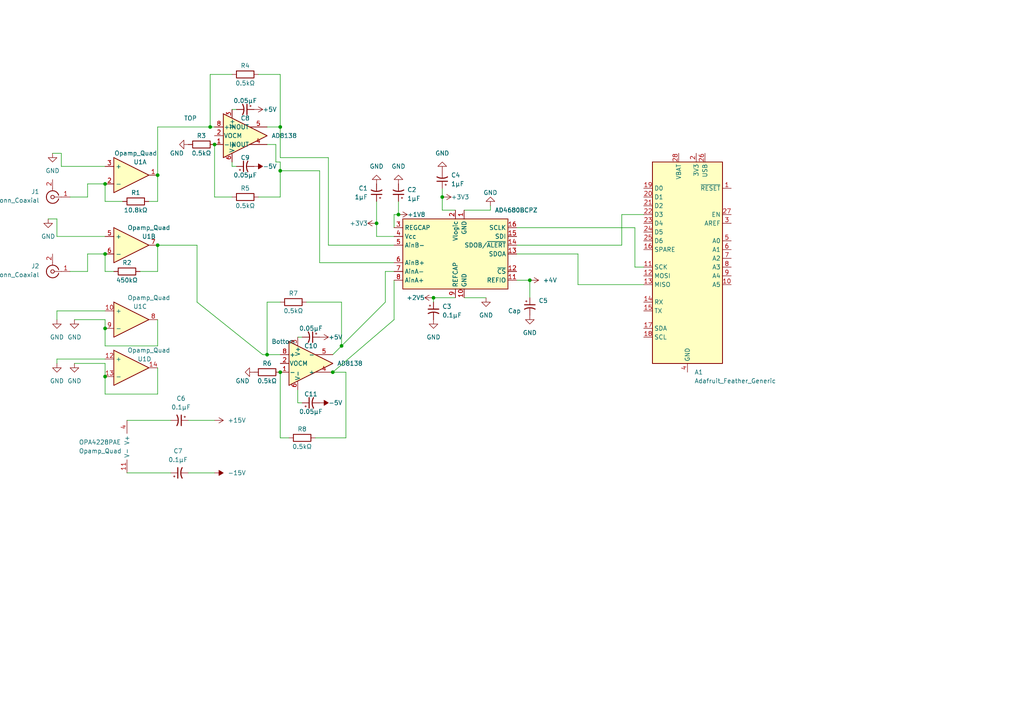
<source format=kicad_sch>
(kicad_sch (version 20211123) (generator eeschema)

  (uuid c834c6ae-bdf4-4e67-82da-14916202997e)

  (paper "A4")

  (lib_symbols
    (symbol "Amplifier_Operational:LTC6362xDD" (pin_names (offset 0.127)) (in_bom yes) (on_board yes)
      (property "Reference" "U4" (id 0) (at -0.5206 11.43 0)
        (effects (font (size 1.27 1.27)) (justify left))
      )
      (property "Value" "LTC6362xDD" (id 1) (at -0.5206 8.89 0)
        (effects (font (size 1.27 1.27)) (justify left))
      )
      (property "Footprint" "Package_DFN_QFN:DFN-8-1EP_3x3mm_P0.5mm_EP1.66x2.38mm" (id 2) (at 0 -10.16 0)
        (effects (font (size 1.27 1.27)) hide)
      )
      (property "Datasheet" "https://www.analog.com/media/en/technical-documentation/data-sheets/6362fa.pdf" (id 3) (at 0 -2.54 0)
        (effects (font (size 1.27 1.27)) hide)
      )
      (property "ki_keywords" "single differential opamp" (id 4) (at 0 0 0)
        (effects (font (size 1.27 1.27)) hide)
      )
      (property "ki_description" "Precision, Low Power, Rail-to-Rail Input/Output, Differential Op Amp/SAR ADC Driver, DFN-8" (id 5) (at 0 0 0)
        (effects (font (size 1.27 1.27)) hide)
      )
      (property "ki_fp_filters" "DFN*1EP*3x3mm*P0.5mm*" (id 6) (at 0 0 0)
        (effects (font (size 1.27 1.27)) hide)
      )
      (symbol "LTC6362xDD_0_1"
        (polyline
          (pts
            (xy -5.08 6.35)
            (xy -5.08 -6.35)
            (xy 7.62 0)
            (xy -5.08 6.35)
          )
          (stroke (width 0.254) (type default) (color 0 0 0 0))
          (fill (type background))
        )
      )
      (symbol "LTC6362xDD_1_1"
        (pin input line (at -7.62 -2.54 0) (length 2.54)
          (name "-" (effects (font (size 1.27 1.27))))
          (number "1" (effects (font (size 1.27 1.27))))
        )
        (pin input line (at -7.62 0 0) (length 2.54)
          (name "VOCM" (effects (font (size 1.27 1.27))))
          (number "2" (effects (font (size 1.27 1.27))))
        )
        (pin power_in line (at -2.54 7.62 270) (length 2.54)
          (name "V+" (effects (font (size 1.27 1.27))))
          (number "3" (effects (font (size 1.27 1.27))))
        )
        (pin output line (at 7.62 -2.54 180) (length 5.08)
          (name "+" (effects (font (size 1.27 1.27))))
          (number "4" (effects (font (size 1.27 1.27))))
        )
        (pin output line (at 7.62 2.54 180) (length 5.08)
          (name "-" (effects (font (size 1.27 1.27))))
          (number "5" (effects (font (size 1.27 1.27))))
        )
        (pin power_in line (at -2.54 -7.62 90) (length 2.54)
          (name "V-" (effects (font (size 1.27 1.27))))
          (number "6" (effects (font (size 1.27 1.27))))
        )
        (pin input line (at 0 -7.62 90) (length 3.81) hide
          (name "~{SHDN}" (effects (font (size 0.508 0.508))))
          (number "7" (effects (font (size 1.27 1.27))))
        )
        (pin input line (at -7.62 2.54 0) (length 2.54)
          (name "+" (effects (font (size 1.27 1.27))))
          (number "8" (effects (font (size 1.27 1.27))))
        )
        (pin passive line (at -2.54 -7.62 90) (length 2.54) hide
          (name "V-" (effects (font (size 1.27 1.27))))
          (number "9" (effects (font (size 1.27 1.27))))
        )
      )
    )
    (symbol "Analog_ADC:ADS1120-PW" (in_bom yes) (on_board yes)
      (property "Reference" "U?" (id 0) (at 4.5594 15.24 0)
        (effects (font (size 1.27 1.27)) (justify left))
      )
      (property "Value" "ADS1120-PW" (id 1) (at 4.5594 12.7 0)
        (effects (font (size 1.27 1.27)) (justify left))
      )
      (property "Footprint" "Package_SO:TSSOP-16_4.4x5mm_P0.65mm" (id 2) (at 6.35 13.97 0)
        (effects (font (size 1.27 1.27)) (justify left) hide)
      )
      (property "Datasheet" "http://www.ti.com/lit/ds/symlink/ads1120.pdf" (id 3) (at -12.7 10.16 0)
        (effects (font (size 1.27 1.27)) hide)
      )
      (property "ki_keywords" "adc spi" (id 4) (at 0 0 0)
        (effects (font (size 1.27 1.27)) hide)
      )
      (property "ki_description" "Low-power, quad-input, 16-bit analog to digital converter, integrated temperature sensor, SPI interface, TSSOP-16 package" (id 5) (at 0 0 0)
        (effects (font (size 1.27 1.27)) hide)
      )
      (property "ki_fp_filters" "*TSSOP*4.4x5mm*P0.65mm*" (id 6) (at 0 0 0)
        (effects (font (size 1.27 1.27)) hide)
      )
      (symbol "ADS1120-PW_0_1"
        (rectangle (start -15.24 10.16) (end 15.24 -10.16)
          (stroke (width 0.254) (type default) (color 0 0 0 0))
          (fill (type background))
        )
      )
      (symbol "ADS1120-PW_1_1"
        (pin power_in line (at 2.54 12.7 270) (length 2.54)
          (name "GND" (effects (font (size 1.27 1.27))))
          (number "1" (effects (font (size 1.27 1.27))))
        )
        (pin power_in line (at 2.54 -12.7 90) (length 2.54)
          (name "GND" (effects (font (size 1.27 1.27))))
          (number "10" (effects (font (size 1.27 1.27))))
        )
        (pin input line (at 17.78 -7.62 180) (length 2.54)
          (name "REFIO" (effects (font (size 1.27 1.27))))
          (number "11" (effects (font (size 1.27 1.27))))
        )
        (pin output line (at 17.78 -5.08 180) (length 2.54)
          (name "~{CS}" (effects (font (size 1.27 1.27))))
          (number "12" (effects (font (size 1.27 1.27))))
        )
        (pin input line (at 17.78 0 180) (length 2.54)
          (name "SDOA" (effects (font (size 1.27 1.27))))
          (number "13" (effects (font (size 1.27 1.27))))
        )
        (pin output line (at 17.78 2.54 180) (length 2.54)
          (name "SDOB/~{ALERT}" (effects (font (size 1.27 1.27))))
          (number "14" (effects (font (size 1.27 1.27))))
        )
        (pin input line (at 17.78 5.08 180) (length 2.54)
          (name "SDI" (effects (font (size 1.27 1.27))))
          (number "15" (effects (font (size 1.27 1.27))))
        )
        (pin input line (at 17.78 7.62 180) (length 2.54)
          (name "SCLK" (effects (font (size 1.27 1.27))))
          (number "16" (effects (font (size 1.27 1.27))))
        )
        (pin power_in line (at 0 12.7 270) (length 2.54)
          (name "Vlogic" (effects (font (size 1.27 1.27))))
          (number "2" (effects (font (size 1.27 1.27))))
        )
        (pin input line (at -17.78 7.62 0) (length 2.54)
          (name "REGCAP" (effects (font (size 1.27 1.27))))
          (number "3" (effects (font (size 1.27 1.27))))
        )
        (pin input line (at -17.78 5.08 0) (length 2.54)
          (name "Vcc" (effects (font (size 1.27 1.27))))
          (number "4" (effects (font (size 1.27 1.27))))
        )
        (pin input line (at -17.78 2.54 0) (length 2.54)
          (name "AinB-" (effects (font (size 1.27 1.27))))
          (number "5" (effects (font (size 1.27 1.27))))
        )
        (pin input line (at -17.78 -2.54 0) (length 2.54)
          (name "AinB+" (effects (font (size 1.27 1.27))))
          (number "6" (effects (font (size 1.27 1.27))))
        )
        (pin input line (at -17.78 -5.08 0) (length 2.54)
          (name "AinA-" (effects (font (size 1.27 1.27))))
          (number "7" (effects (font (size 1.27 1.27))))
        )
        (pin input line (at -17.78 -7.62 0) (length 2.54)
          (name "AinA+" (effects (font (size 1.27 1.27))))
          (number "8" (effects (font (size 1.27 1.27))))
        )
        (pin power_in line (at 0 -12.7 90) (length 2.54)
          (name "REFCAP" (effects (font (size 1.27 1.27))))
          (number "9" (effects (font (size 1.27 1.27))))
        )
      )
    )
    (symbol "Connector:Conn_Coaxial" (pin_names (offset 1.016) hide) (in_bom yes) (on_board yes)
      (property "Reference" "J" (id 0) (at 0.254 3.048 0)
        (effects (font (size 1.27 1.27)))
      )
      (property "Value" "Conn_Coaxial" (id 1) (at 2.921 0 90)
        (effects (font (size 1.27 1.27)))
      )
      (property "Footprint" "" (id 2) (at 0 0 0)
        (effects (font (size 1.27 1.27)) hide)
      )
      (property "Datasheet" " ~" (id 3) (at 0 0 0)
        (effects (font (size 1.27 1.27)) hide)
      )
      (property "ki_keywords" "BNC SMA SMB SMC LEMO coaxial connector CINCH RCA" (id 4) (at 0 0 0)
        (effects (font (size 1.27 1.27)) hide)
      )
      (property "ki_description" "coaxial connector (BNC, SMA, SMB, SMC, Cinch/RCA, LEMO, ...)" (id 5) (at 0 0 0)
        (effects (font (size 1.27 1.27)) hide)
      )
      (property "ki_fp_filters" "*BNC* *SMA* *SMB* *SMC* *Cinch* *LEMO*" (id 6) (at 0 0 0)
        (effects (font (size 1.27 1.27)) hide)
      )
      (symbol "Conn_Coaxial_0_1"
        (arc (start -1.778 -0.508) (mid 0.2311 -1.8066) (end 1.778 0)
          (stroke (width 0.254) (type default) (color 0 0 0 0))
          (fill (type none))
        )
        (polyline
          (pts
            (xy -2.54 0)
            (xy -0.508 0)
          )
          (stroke (width 0) (type default) (color 0 0 0 0))
          (fill (type none))
        )
        (polyline
          (pts
            (xy 0 -2.54)
            (xy 0 -1.778)
          )
          (stroke (width 0) (type default) (color 0 0 0 0))
          (fill (type none))
        )
        (circle (center 0 0) (radius 0.508)
          (stroke (width 0.2032) (type default) (color 0 0 0 0))
          (fill (type none))
        )
        (arc (start 1.778 0) (mid 0.2099 1.8101) (end -1.778 0.508)
          (stroke (width 0.254) (type default) (color 0 0 0 0))
          (fill (type none))
        )
      )
      (symbol "Conn_Coaxial_1_1"
        (pin passive line (at -5.08 0 0) (length 2.54)
          (name "In" (effects (font (size 1.27 1.27))))
          (number "1" (effects (font (size 1.27 1.27))))
        )
        (pin passive line (at 0 -5.08 90) (length 2.54)
          (name "Ext" (effects (font (size 1.27 1.27))))
          (number "2" (effects (font (size 1.27 1.27))))
        )
      )
    )
    (symbol "Device:C_Polarized_Small_US" (pin_numbers hide) (pin_names (offset 0.254) hide) (in_bom yes) (on_board yes)
      (property "Reference" "C" (id 0) (at 0.254 1.778 0)
        (effects (font (size 1.27 1.27)) (justify left))
      )
      (property "Value" "C_Polarized_Small_US" (id 1) (at 0.254 -2.032 0)
        (effects (font (size 1.27 1.27)) (justify left))
      )
      (property "Footprint" "" (id 2) (at 0 0 0)
        (effects (font (size 1.27 1.27)) hide)
      )
      (property "Datasheet" "~" (id 3) (at 0 0 0)
        (effects (font (size 1.27 1.27)) hide)
      )
      (property "ki_keywords" "cap capacitor" (id 4) (at 0 0 0)
        (effects (font (size 1.27 1.27)) hide)
      )
      (property "ki_description" "Polarized capacitor, small US symbol" (id 5) (at 0 0 0)
        (effects (font (size 1.27 1.27)) hide)
      )
      (property "ki_fp_filters" "CP_*" (id 6) (at 0 0 0)
        (effects (font (size 1.27 1.27)) hide)
      )
      (symbol "C_Polarized_Small_US_0_1"
        (polyline
          (pts
            (xy -1.524 0.508)
            (xy 1.524 0.508)
          )
          (stroke (width 0.3048) (type default) (color 0 0 0 0))
          (fill (type none))
        )
        (polyline
          (pts
            (xy -1.27 1.524)
            (xy -0.762 1.524)
          )
          (stroke (width 0) (type default) (color 0 0 0 0))
          (fill (type none))
        )
        (polyline
          (pts
            (xy -1.016 1.27)
            (xy -1.016 1.778)
          )
          (stroke (width 0) (type default) (color 0 0 0 0))
          (fill (type none))
        )
        (arc (start 1.524 -0.762) (mid 0 -0.3734) (end -1.524 -0.762)
          (stroke (width 0.3048) (type default) (color 0 0 0 0))
          (fill (type none))
        )
      )
      (symbol "C_Polarized_Small_US_1_1"
        (pin passive line (at 0 2.54 270) (length 2.032)
          (name "~" (effects (font (size 1.27 1.27))))
          (number "1" (effects (font (size 1.27 1.27))))
        )
        (pin passive line (at 0 -2.54 90) (length 2.032)
          (name "~" (effects (font (size 1.27 1.27))))
          (number "2" (effects (font (size 1.27 1.27))))
        )
      )
    )
    (symbol "Device:Opamp_Quad" (in_bom yes) (on_board yes)
      (property "Reference" "U" (id 0) (at 0 5.08 0)
        (effects (font (size 1.27 1.27)) (justify left))
      )
      (property "Value" "Opamp_Quad" (id 1) (at 0 -5.08 0)
        (effects (font (size 1.27 1.27)) (justify left))
      )
      (property "Footprint" "" (id 2) (at 0 0 0)
        (effects (font (size 1.27 1.27)) hide)
      )
      (property "Datasheet" "~" (id 3) (at 0 0 0)
        (effects (font (size 1.27 1.27)) hide)
      )
      (property "ki_locked" "" (id 4) (at 0 0 0)
        (effects (font (size 1.27 1.27)))
      )
      (property "ki_keywords" "quad opamp" (id 5) (at 0 0 0)
        (effects (font (size 1.27 1.27)) hide)
      )
      (property "ki_description" "Quad operational amplifier" (id 6) (at 0 0 0)
        (effects (font (size 1.27 1.27)) hide)
      )
      (property "ki_fp_filters" "SOIC*3.9x8.7mm*P1.27mm* DIP*W7.62mm* TSSOP*4.4x5mm*P0.65mm* SSOP*5.3x6.2mm*P0.65mm*" (id 7) (at 0 0 0)
        (effects (font (size 1.27 1.27)) hide)
      )
      (symbol "Opamp_Quad_1_1"
        (polyline
          (pts
            (xy -5.08 5.08)
            (xy 5.08 0)
            (xy -5.08 -5.08)
            (xy -5.08 5.08)
          )
          (stroke (width 0.254) (type default) (color 0 0 0 0))
          (fill (type background))
        )
        (pin output line (at 7.62 0 180) (length 2.54)
          (name "~" (effects (font (size 1.27 1.27))))
          (number "1" (effects (font (size 1.27 1.27))))
        )
        (pin input line (at -7.62 -2.54 0) (length 2.54)
          (name "-" (effects (font (size 1.27 1.27))))
          (number "2" (effects (font (size 1.27 1.27))))
        )
        (pin input line (at -7.62 2.54 0) (length 2.54)
          (name "+" (effects (font (size 1.27 1.27))))
          (number "3" (effects (font (size 1.27 1.27))))
        )
      )
      (symbol "Opamp_Quad_2_1"
        (polyline
          (pts
            (xy -5.08 5.08)
            (xy 5.08 0)
            (xy -5.08 -5.08)
            (xy -5.08 5.08)
          )
          (stroke (width 0.254) (type default) (color 0 0 0 0))
          (fill (type background))
        )
        (pin input line (at -7.62 2.54 0) (length 2.54)
          (name "+" (effects (font (size 1.27 1.27))))
          (number "5" (effects (font (size 1.27 1.27))))
        )
        (pin input line (at -7.62 -2.54 0) (length 2.54)
          (name "-" (effects (font (size 1.27 1.27))))
          (number "6" (effects (font (size 1.27 1.27))))
        )
        (pin output line (at 7.62 0 180) (length 2.54)
          (name "~" (effects (font (size 1.27 1.27))))
          (number "7" (effects (font (size 1.27 1.27))))
        )
      )
      (symbol "Opamp_Quad_3_1"
        (polyline
          (pts
            (xy -5.08 5.08)
            (xy 5.08 0)
            (xy -5.08 -5.08)
            (xy -5.08 5.08)
          )
          (stroke (width 0.254) (type default) (color 0 0 0 0))
          (fill (type background))
        )
        (pin input line (at -7.62 2.54 0) (length 2.54)
          (name "+" (effects (font (size 1.27 1.27))))
          (number "10" (effects (font (size 1.27 1.27))))
        )
        (pin output line (at 7.62 0 180) (length 2.54)
          (name "~" (effects (font (size 1.27 1.27))))
          (number "8" (effects (font (size 1.27 1.27))))
        )
        (pin input line (at -7.62 -2.54 0) (length 2.54)
          (name "-" (effects (font (size 1.27 1.27))))
          (number "9" (effects (font (size 1.27 1.27))))
        )
      )
      (symbol "Opamp_Quad_4_1"
        (polyline
          (pts
            (xy -5.08 5.08)
            (xy 5.08 0)
            (xy -5.08 -5.08)
            (xy -5.08 5.08)
          )
          (stroke (width 0.254) (type default) (color 0 0 0 0))
          (fill (type background))
        )
        (pin input line (at -7.62 2.54 0) (length 2.54)
          (name "+" (effects (font (size 1.27 1.27))))
          (number "12" (effects (font (size 1.27 1.27))))
        )
        (pin input line (at -7.62 -2.54 0) (length 2.54)
          (name "-" (effects (font (size 1.27 1.27))))
          (number "13" (effects (font (size 1.27 1.27))))
        )
        (pin output line (at 7.62 0 180) (length 2.54)
          (name "~" (effects (font (size 1.27 1.27))))
          (number "14" (effects (font (size 1.27 1.27))))
        )
      )
      (symbol "Opamp_Quad_5_1"
        (pin power_in line (at -2.54 -7.62 90) (length 3.81)
          (name "V-" (effects (font (size 1.27 1.27))))
          (number "11" (effects (font (size 1.27 1.27))))
        )
        (pin power_in line (at -2.54 7.62 270) (length 3.81)
          (name "V+" (effects (font (size 1.27 1.27))))
          (number "4" (effects (font (size 1.27 1.27))))
        )
      )
    )
    (symbol "Device:R" (pin_numbers hide) (pin_names (offset 0)) (in_bom yes) (on_board yes)
      (property "Reference" "R" (id 0) (at 2.032 0 90)
        (effects (font (size 1.27 1.27)))
      )
      (property "Value" "R" (id 1) (at 0 0 90)
        (effects (font (size 1.27 1.27)))
      )
      (property "Footprint" "" (id 2) (at -1.778 0 90)
        (effects (font (size 1.27 1.27)) hide)
      )
      (property "Datasheet" "~" (id 3) (at 0 0 0)
        (effects (font (size 1.27 1.27)) hide)
      )
      (property "ki_keywords" "R res resistor" (id 4) (at 0 0 0)
        (effects (font (size 1.27 1.27)) hide)
      )
      (property "ki_description" "Resistor" (id 5) (at 0 0 0)
        (effects (font (size 1.27 1.27)) hide)
      )
      (property "ki_fp_filters" "R_*" (id 6) (at 0 0 0)
        (effects (font (size 1.27 1.27)) hide)
      )
      (symbol "R_0_1"
        (rectangle (start -1.016 -2.54) (end 1.016 2.54)
          (stroke (width 0.254) (type default) (color 0 0 0 0))
          (fill (type none))
        )
      )
      (symbol "R_1_1"
        (pin passive line (at 0 3.81 270) (length 1.27)
          (name "~" (effects (font (size 1.27 1.27))))
          (number "1" (effects (font (size 1.27 1.27))))
        )
        (pin passive line (at 0 -3.81 90) (length 1.27)
          (name "~" (effects (font (size 1.27 1.27))))
          (number "2" (effects (font (size 1.27 1.27))))
        )
      )
    )
    (symbol "LTC6362xDD_1" (pin_names (offset 0.127)) (in_bom yes) (on_board yes)
      (property "Reference" "U2" (id 0) (at -0.5206 11.43 0)
        (effects (font (size 1.27 1.27)) (justify left))
      )
      (property "Value" "Diff" (id 1) (at 0 8.89 0)
        (effects (font (size 1.27 1.27)) (justify left))
      )
      (property "Footprint" "Package_DFN_QFN:DFN-8-1EP_3x3mm_P0.5mm_EP1.66x2.38mm" (id 2) (at 0 -12.7 0)
        (effects (font (size 1.27 1.27)) hide)
      )
      (property "Datasheet" "https://www.analog.com/media/en/technical-documentation/data-sheets/6362fa.pdf" (id 3) (at 0 -12.7 0)
        (effects (font (size 1.27 1.27)) hide)
      )
      (property "ki_keywords" "single differential opamp" (id 4) (at 0 0 0)
        (effects (font (size 1.27 1.27)) hide)
      )
      (property "ki_description" "Precision, Low Power, Rail-to-Rail Input/Output, Differential Op Amp/SAR ADC Driver, DFN-8" (id 5) (at 0 0 0)
        (effects (font (size 1.27 1.27)) hide)
      )
      (property "ki_fp_filters" "DFN*1EP*3x3mm*P0.5mm*" (id 6) (at 0 0 0)
        (effects (font (size 1.27 1.27)) hide)
      )
      (symbol "LTC6362xDD_1_0_1"
        (polyline
          (pts
            (xy -5.08 6.35)
            (xy -5.08 -6.35)
            (xy 7.62 0)
            (xy -5.08 6.35)
          )
          (stroke (width 0.254) (type default) (color 0 0 0 0))
          (fill (type background))
        )
      )
      (symbol "LTC6362xDD_1_1_1"
        (pin input line (at -7.62 -2.54 0) (length 2.54)
          (name "-IN" (effects (font (size 1.27 1.27))))
          (number "1" (effects (font (size 1.27 1.27))))
        )
        (pin input line (at -7.62 0 0) (length 2.54)
          (name "VOCM" (effects (font (size 1.27 1.27))))
          (number "2" (effects (font (size 1.27 1.27))))
        )
        (pin power_in line (at -2.54 7.62 270) (length 2.54)
          (name "V+" (effects (font (size 1.27 1.27))))
          (number "3" (effects (font (size 1.27 1.27))))
        )
        (pin output line (at 7.62 -2.54 180) (length 5.08)
          (name "+OUT" (effects (font (size 1.27 1.27))))
          (number "4" (effects (font (size 1.27 1.27))))
        )
        (pin output line (at 7.62 2.54 180) (length 5.08)
          (name "-OUT" (effects (font (size 1.27 1.27))))
          (number "5" (effects (font (size 1.27 1.27))))
        )
        (pin power_in line (at -2.54 -7.62 90) (length 2.54)
          (name "V-" (effects (font (size 1.27 1.27))))
          (number "6" (effects (font (size 1.27 1.27))))
        )
        (pin input line (at 0 -7.62 90) (length 3.81) hide
          (name "NC" (effects (font (size 0.508 0.508))))
          (number "7" (effects (font (size 1.27 1.27))))
        )
        (pin input line (at -7.62 2.54 0) (length 2.54)
          (name "+IN" (effects (font (size 1.27 1.27))))
          (number "8" (effects (font (size 1.27 1.27))))
        )
        (pin passive line (at -2.54 -7.62 90) (length 2.54) hide
          (name "V-" (effects (font (size 1.27 1.27))))
          (number "9" (effects (font (size 1.27 1.27))))
        )
      )
    )
    (symbol "MCU_Module:Adafruit_Feather_Generic" (in_bom yes) (on_board yes)
      (property "Reference" "A" (id 0) (at -10.16 29.21 0)
        (effects (font (size 1.27 1.27)) (justify left))
      )
      (property "Value" "Adafruit_Feather_Generic" (id 1) (at 2.54 -31.75 0)
        (effects (font (size 1.27 1.27)) (justify left))
      )
      (property "Footprint" "Module:Adafruit_Feather" (id 2) (at 2.54 -34.29 0)
        (effects (font (size 1.27 1.27)) (justify left) hide)
      )
      (property "Datasheet" "https://cdn-learn.adafruit.com/downloads/pdf/adafruit-feather.pdf" (id 3) (at 0 -20.32 0)
        (effects (font (size 1.27 1.27)) hide)
      )
      (property "ki_keywords" "Adafruit feather microcontroller module" (id 4) (at 0 0 0)
        (effects (font (size 1.27 1.27)) hide)
      )
      (property "ki_description" "Microcontroller module in various flavor, generic symbol" (id 5) (at 0 0 0)
        (effects (font (size 1.27 1.27)) hide)
      )
      (property "ki_fp_filters" "Adafruit*Feather*" (id 6) (at 0 0 0)
        (effects (font (size 1.27 1.27)) hide)
      )
      (symbol "Adafruit_Feather_Generic_0_1"
        (rectangle (start -10.16 27.94) (end 10.16 -30.48)
          (stroke (width 0.254) (type default) (color 0 0 0 0))
          (fill (type background))
        )
      )
      (symbol "Adafruit_Feather_Generic_1_1"
        (pin input line (at 12.7 20.32 180) (length 2.54)
          (name "~{RESET}" (effects (font (size 1.27 1.27))))
          (number "1" (effects (font (size 1.27 1.27))))
        )
        (pin bidirectional line (at 12.7 -7.62 180) (length 2.54)
          (name "A5" (effects (font (size 1.27 1.27))))
          (number "10" (effects (font (size 1.27 1.27))))
        )
        (pin bidirectional line (at -12.7 -2.54 0) (length 2.54)
          (name "SCK" (effects (font (size 1.27 1.27))))
          (number "11" (effects (font (size 1.27 1.27))))
        )
        (pin bidirectional line (at -12.7 -5.08 0) (length 2.54)
          (name "MOSI" (effects (font (size 1.27 1.27))))
          (number "12" (effects (font (size 1.27 1.27))))
        )
        (pin bidirectional line (at -12.7 -7.62 0) (length 2.54)
          (name "MISO" (effects (font (size 1.27 1.27))))
          (number "13" (effects (font (size 1.27 1.27))))
        )
        (pin bidirectional line (at -12.7 -12.7 0) (length 2.54)
          (name "RX" (effects (font (size 1.27 1.27))))
          (number "14" (effects (font (size 1.27 1.27))))
        )
        (pin bidirectional line (at -12.7 -15.24 0) (length 2.54)
          (name "TX" (effects (font (size 1.27 1.27))))
          (number "15" (effects (font (size 1.27 1.27))))
        )
        (pin bidirectional line (at -12.7 2.54 0) (length 2.54)
          (name "SPARE" (effects (font (size 1.27 1.27))))
          (number "16" (effects (font (size 1.27 1.27))))
        )
        (pin bidirectional line (at -12.7 -20.32 0) (length 2.54)
          (name "SDA" (effects (font (size 1.27 1.27))))
          (number "17" (effects (font (size 1.27 1.27))))
        )
        (pin bidirectional line (at -12.7 -22.86 0) (length 2.54)
          (name "SCL" (effects (font (size 1.27 1.27))))
          (number "18" (effects (font (size 1.27 1.27))))
        )
        (pin bidirectional line (at -12.7 20.32 0) (length 2.54)
          (name "D0" (effects (font (size 1.27 1.27))))
          (number "19" (effects (font (size 1.27 1.27))))
        )
        (pin power_in line (at 2.54 30.48 270) (length 2.54)
          (name "3V3" (effects (font (size 1.27 1.27))))
          (number "2" (effects (font (size 1.27 1.27))))
        )
        (pin bidirectional line (at -12.7 17.78 0) (length 2.54)
          (name "D1" (effects (font (size 1.27 1.27))))
          (number "20" (effects (font (size 1.27 1.27))))
        )
        (pin bidirectional line (at -12.7 15.24 0) (length 2.54)
          (name "D2" (effects (font (size 1.27 1.27))))
          (number "21" (effects (font (size 1.27 1.27))))
        )
        (pin bidirectional line (at -12.7 12.7 0) (length 2.54)
          (name "D3" (effects (font (size 1.27 1.27))))
          (number "22" (effects (font (size 1.27 1.27))))
        )
        (pin bidirectional line (at -12.7 10.16 0) (length 2.54)
          (name "D4" (effects (font (size 1.27 1.27))))
          (number "23" (effects (font (size 1.27 1.27))))
        )
        (pin bidirectional line (at -12.7 7.62 0) (length 2.54)
          (name "D5" (effects (font (size 1.27 1.27))))
          (number "24" (effects (font (size 1.27 1.27))))
        )
        (pin bidirectional line (at -12.7 5.08 0) (length 2.54)
          (name "D6" (effects (font (size 1.27 1.27))))
          (number "25" (effects (font (size 1.27 1.27))))
        )
        (pin power_in line (at 5.08 30.48 270) (length 2.54)
          (name "USB" (effects (font (size 1.27 1.27))))
          (number "26" (effects (font (size 1.27 1.27))))
        )
        (pin input line (at 12.7 12.7 180) (length 2.54)
          (name "EN" (effects (font (size 1.27 1.27))))
          (number "27" (effects (font (size 1.27 1.27))))
        )
        (pin power_in line (at -2.54 30.48 270) (length 2.54)
          (name "VBAT" (effects (font (size 1.27 1.27))))
          (number "28" (effects (font (size 1.27 1.27))))
        )
        (pin input line (at 12.7 10.16 180) (length 2.54)
          (name "AREF" (effects (font (size 1.27 1.27))))
          (number "3" (effects (font (size 1.27 1.27))))
        )
        (pin power_in line (at 0 -33.02 90) (length 2.54)
          (name "GND" (effects (font (size 1.27 1.27))))
          (number "4" (effects (font (size 1.27 1.27))))
        )
        (pin bidirectional line (at 12.7 5.08 180) (length 2.54)
          (name "A0" (effects (font (size 1.27 1.27))))
          (number "5" (effects (font (size 1.27 1.27))))
        )
        (pin bidirectional line (at 12.7 2.54 180) (length 2.54)
          (name "A1" (effects (font (size 1.27 1.27))))
          (number "6" (effects (font (size 1.27 1.27))))
        )
        (pin bidirectional line (at 12.7 0 180) (length 2.54)
          (name "A2" (effects (font (size 1.27 1.27))))
          (number "7" (effects (font (size 1.27 1.27))))
        )
        (pin bidirectional line (at 12.7 -2.54 180) (length 2.54)
          (name "A3" (effects (font (size 1.27 1.27))))
          (number "8" (effects (font (size 1.27 1.27))))
        )
        (pin bidirectional line (at 12.7 -5.08 180) (length 2.54)
          (name "A4" (effects (font (size 1.27 1.27))))
          (number "9" (effects (font (size 1.27 1.27))))
        )
      )
    )
    (symbol "power:+15V" (power) (pin_names (offset 0)) (in_bom yes) (on_board yes)
      (property "Reference" "#PWR" (id 0) (at 0 -3.81 0)
        (effects (font (size 1.27 1.27)) hide)
      )
      (property "Value" "+15V" (id 1) (at 0 3.556 0)
        (effects (font (size 1.27 1.27)))
      )
      (property "Footprint" "" (id 2) (at 0 0 0)
        (effects (font (size 1.27 1.27)) hide)
      )
      (property "Datasheet" "" (id 3) (at 0 0 0)
        (effects (font (size 1.27 1.27)) hide)
      )
      (property "ki_keywords" "power-flag" (id 4) (at 0 0 0)
        (effects (font (size 1.27 1.27)) hide)
      )
      (property "ki_description" "Power symbol creates a global label with name \"+15V\"" (id 5) (at 0 0 0)
        (effects (font (size 1.27 1.27)) hide)
      )
      (symbol "+15V_0_1"
        (polyline
          (pts
            (xy -0.762 1.27)
            (xy 0 2.54)
          )
          (stroke (width 0) (type default) (color 0 0 0 0))
          (fill (type none))
        )
        (polyline
          (pts
            (xy 0 0)
            (xy 0 2.54)
          )
          (stroke (width 0) (type default) (color 0 0 0 0))
          (fill (type none))
        )
        (polyline
          (pts
            (xy 0 2.54)
            (xy 0.762 1.27)
          )
          (stroke (width 0) (type default) (color 0 0 0 0))
          (fill (type none))
        )
      )
      (symbol "+15V_1_1"
        (pin power_in line (at 0 0 90) (length 0) hide
          (name "+15V" (effects (font (size 1.27 1.27))))
          (number "1" (effects (font (size 1.27 1.27))))
        )
      )
    )
    (symbol "power:+1V8" (power) (pin_names (offset 0)) (in_bom yes) (on_board yes)
      (property "Reference" "#PWR" (id 0) (at 0 -3.81 0)
        (effects (font (size 1.27 1.27)) hide)
      )
      (property "Value" "+1V8" (id 1) (at 0 3.556 0)
        (effects (font (size 1.27 1.27)))
      )
      (property "Footprint" "" (id 2) (at 0 0 0)
        (effects (font (size 1.27 1.27)) hide)
      )
      (property "Datasheet" "" (id 3) (at 0 0 0)
        (effects (font (size 1.27 1.27)) hide)
      )
      (property "ki_keywords" "power-flag" (id 4) (at 0 0 0)
        (effects (font (size 1.27 1.27)) hide)
      )
      (property "ki_description" "Power symbol creates a global label with name \"+1V8\"" (id 5) (at 0 0 0)
        (effects (font (size 1.27 1.27)) hide)
      )
      (symbol "+1V8_0_1"
        (polyline
          (pts
            (xy -0.762 1.27)
            (xy 0 2.54)
          )
          (stroke (width 0) (type default) (color 0 0 0 0))
          (fill (type none))
        )
        (polyline
          (pts
            (xy 0 0)
            (xy 0 2.54)
          )
          (stroke (width 0) (type default) (color 0 0 0 0))
          (fill (type none))
        )
        (polyline
          (pts
            (xy 0 2.54)
            (xy 0.762 1.27)
          )
          (stroke (width 0) (type default) (color 0 0 0 0))
          (fill (type none))
        )
      )
      (symbol "+1V8_1_1"
        (pin power_in line (at 0 0 90) (length 0) hide
          (name "+1V8" (effects (font (size 1.27 1.27))))
          (number "1" (effects (font (size 1.27 1.27))))
        )
      )
    )
    (symbol "power:+2V5" (power) (pin_names (offset 0)) (in_bom yes) (on_board yes)
      (property "Reference" "#PWR" (id 0) (at 0 -3.81 0)
        (effects (font (size 1.27 1.27)) hide)
      )
      (property "Value" "+2V5" (id 1) (at 0 3.556 0)
        (effects (font (size 1.27 1.27)))
      )
      (property "Footprint" "" (id 2) (at 0 0 0)
        (effects (font (size 1.27 1.27)) hide)
      )
      (property "Datasheet" "" (id 3) (at 0 0 0)
        (effects (font (size 1.27 1.27)) hide)
      )
      (property "ki_keywords" "power-flag" (id 4) (at 0 0 0)
        (effects (font (size 1.27 1.27)) hide)
      )
      (property "ki_description" "Power symbol creates a global label with name \"+2V5\"" (id 5) (at 0 0 0)
        (effects (font (size 1.27 1.27)) hide)
      )
      (symbol "+2V5_0_1"
        (polyline
          (pts
            (xy -0.762 1.27)
            (xy 0 2.54)
          )
          (stroke (width 0) (type default) (color 0 0 0 0))
          (fill (type none))
        )
        (polyline
          (pts
            (xy 0 0)
            (xy 0 2.54)
          )
          (stroke (width 0) (type default) (color 0 0 0 0))
          (fill (type none))
        )
        (polyline
          (pts
            (xy 0 2.54)
            (xy 0.762 1.27)
          )
          (stroke (width 0) (type default) (color 0 0 0 0))
          (fill (type none))
        )
      )
      (symbol "+2V5_1_1"
        (pin power_in line (at 0 0 90) (length 0) hide
          (name "+2V5" (effects (font (size 1.27 1.27))))
          (number "1" (effects (font (size 1.27 1.27))))
        )
      )
    )
    (symbol "power:+3.3V" (power) (pin_names (offset 0)) (in_bom yes) (on_board yes)
      (property "Reference" "#PWR" (id 0) (at 0 -3.81 0)
        (effects (font (size 1.27 1.27)) hide)
      )
      (property "Value" "+3.3V" (id 1) (at 0 3.556 0)
        (effects (font (size 1.27 1.27)))
      )
      (property "Footprint" "" (id 2) (at 0 0 0)
        (effects (font (size 1.27 1.27)) hide)
      )
      (property "Datasheet" "" (id 3) (at 0 0 0)
        (effects (font (size 1.27 1.27)) hide)
      )
      (property "ki_keywords" "power-flag" (id 4) (at 0 0 0)
        (effects (font (size 1.27 1.27)) hide)
      )
      (property "ki_description" "Power symbol creates a global label with name \"+3.3V\"" (id 5) (at 0 0 0)
        (effects (font (size 1.27 1.27)) hide)
      )
      (symbol "+3.3V_0_1"
        (polyline
          (pts
            (xy -0.762 1.27)
            (xy 0 2.54)
          )
          (stroke (width 0) (type default) (color 0 0 0 0))
          (fill (type none))
        )
        (polyline
          (pts
            (xy 0 0)
            (xy 0 2.54)
          )
          (stroke (width 0) (type default) (color 0 0 0 0))
          (fill (type none))
        )
        (polyline
          (pts
            (xy 0 2.54)
            (xy 0.762 1.27)
          )
          (stroke (width 0) (type default) (color 0 0 0 0))
          (fill (type none))
        )
      )
      (symbol "+3.3V_1_1"
        (pin power_in line (at 0 0 90) (length 0) hide
          (name "+3V3" (effects (font (size 1.27 1.27))))
          (number "1" (effects (font (size 1.27 1.27))))
        )
      )
    )
    (symbol "power:+4V" (power) (pin_names (offset 0)) (in_bom yes) (on_board yes)
      (property "Reference" "#PWR" (id 0) (at 0 -3.81 0)
        (effects (font (size 1.27 1.27)) hide)
      )
      (property "Value" "+4V" (id 1) (at 0 3.556 0)
        (effects (font (size 1.27 1.27)))
      )
      (property "Footprint" "" (id 2) (at 0 0 0)
        (effects (font (size 1.27 1.27)) hide)
      )
      (property "Datasheet" "" (id 3) (at 0 0 0)
        (effects (font (size 1.27 1.27)) hide)
      )
      (property "ki_keywords" "power-flag" (id 4) (at 0 0 0)
        (effects (font (size 1.27 1.27)) hide)
      )
      (property "ki_description" "Power symbol creates a global label with name \"+4V\"" (id 5) (at 0 0 0)
        (effects (font (size 1.27 1.27)) hide)
      )
      (symbol "+4V_0_1"
        (polyline
          (pts
            (xy -0.762 1.27)
            (xy 0 2.54)
          )
          (stroke (width 0) (type default) (color 0 0 0 0))
          (fill (type none))
        )
        (polyline
          (pts
            (xy 0 0)
            (xy 0 2.54)
          )
          (stroke (width 0) (type default) (color 0 0 0 0))
          (fill (type none))
        )
        (polyline
          (pts
            (xy 0 2.54)
            (xy 0.762 1.27)
          )
          (stroke (width 0) (type default) (color 0 0 0 0))
          (fill (type none))
        )
      )
      (symbol "+4V_1_1"
        (pin power_in line (at 0 0 90) (length 0) hide
          (name "+4V" (effects (font (size 1.27 1.27))))
          (number "1" (effects (font (size 1.27 1.27))))
        )
      )
    )
    (symbol "power:+5V" (power) (pin_names (offset 0)) (in_bom yes) (on_board yes)
      (property "Reference" "#PWR" (id 0) (at 0 -3.81 0)
        (effects (font (size 1.27 1.27)) hide)
      )
      (property "Value" "+5V" (id 1) (at 0 3.556 0)
        (effects (font (size 1.27 1.27)))
      )
      (property "Footprint" "" (id 2) (at 0 0 0)
        (effects (font (size 1.27 1.27)) hide)
      )
      (property "Datasheet" "" (id 3) (at 0 0 0)
        (effects (font (size 1.27 1.27)) hide)
      )
      (property "ki_keywords" "power-flag" (id 4) (at 0 0 0)
        (effects (font (size 1.27 1.27)) hide)
      )
      (property "ki_description" "Power symbol creates a global label with name \"+5V\"" (id 5) (at 0 0 0)
        (effects (font (size 1.27 1.27)) hide)
      )
      (symbol "+5V_0_1"
        (polyline
          (pts
            (xy -0.762 1.27)
            (xy 0 2.54)
          )
          (stroke (width 0) (type default) (color 0 0 0 0))
          (fill (type none))
        )
        (polyline
          (pts
            (xy 0 0)
            (xy 0 2.54)
          )
          (stroke (width 0) (type default) (color 0 0 0 0))
          (fill (type none))
        )
        (polyline
          (pts
            (xy 0 2.54)
            (xy 0.762 1.27)
          )
          (stroke (width 0) (type default) (color 0 0 0 0))
          (fill (type none))
        )
      )
      (symbol "+5V_1_1"
        (pin power_in line (at 0 0 90) (length 0) hide
          (name "+5V" (effects (font (size 1.27 1.27))))
          (number "1" (effects (font (size 1.27 1.27))))
        )
      )
    )
    (symbol "power:-15V" (power) (pin_names (offset 0)) (in_bom yes) (on_board yes)
      (property "Reference" "#PWR" (id 0) (at 0 2.54 0)
        (effects (font (size 1.27 1.27)) hide)
      )
      (property "Value" "-15V" (id 1) (at 0 3.81 0)
        (effects (font (size 1.27 1.27)))
      )
      (property "Footprint" "" (id 2) (at 0 0 0)
        (effects (font (size 1.27 1.27)) hide)
      )
      (property "Datasheet" "" (id 3) (at 0 0 0)
        (effects (font (size 1.27 1.27)) hide)
      )
      (property "ki_keywords" "power-flag" (id 4) (at 0 0 0)
        (effects (font (size 1.27 1.27)) hide)
      )
      (property "ki_description" "Power symbol creates a global label with name \"-15V\"" (id 5) (at 0 0 0)
        (effects (font (size 1.27 1.27)) hide)
      )
      (symbol "-15V_0_0"
        (pin power_in line (at 0 0 90) (length 0) hide
          (name "-15V" (effects (font (size 1.27 1.27))))
          (number "1" (effects (font (size 1.27 1.27))))
        )
      )
      (symbol "-15V_0_1"
        (polyline
          (pts
            (xy 0 0)
            (xy 0 1.27)
            (xy 0.762 1.27)
            (xy 0 2.54)
            (xy -0.762 1.27)
            (xy 0 1.27)
          )
          (stroke (width 0) (type default) (color 0 0 0 0))
          (fill (type outline))
        )
      )
    )
    (symbol "power:-5V" (power) (pin_names (offset 0)) (in_bom yes) (on_board yes)
      (property "Reference" "#PWR" (id 0) (at 0 2.54 0)
        (effects (font (size 1.27 1.27)) hide)
      )
      (property "Value" "-5V" (id 1) (at 0 3.81 0)
        (effects (font (size 1.27 1.27)))
      )
      (property "Footprint" "" (id 2) (at 0 0 0)
        (effects (font (size 1.27 1.27)) hide)
      )
      (property "Datasheet" "" (id 3) (at 0 0 0)
        (effects (font (size 1.27 1.27)) hide)
      )
      (property "ki_keywords" "power-flag" (id 4) (at 0 0 0)
        (effects (font (size 1.27 1.27)) hide)
      )
      (property "ki_description" "Power symbol creates a global label with name \"-5V\"" (id 5) (at 0 0 0)
        (effects (font (size 1.27 1.27)) hide)
      )
      (symbol "-5V_0_0"
        (pin power_in line (at 0 0 90) (length 0) hide
          (name "-5V" (effects (font (size 1.27 1.27))))
          (number "1" (effects (font (size 1.27 1.27))))
        )
      )
      (symbol "-5V_0_1"
        (polyline
          (pts
            (xy 0 0)
            (xy 0 1.27)
            (xy 0.762 1.27)
            (xy 0 2.54)
            (xy -0.762 1.27)
            (xy 0 1.27)
          )
          (stroke (width 0) (type default) (color 0 0 0 0))
          (fill (type outline))
        )
      )
    )
    (symbol "power:GND" (power) (pin_names (offset 0)) (in_bom yes) (on_board yes)
      (property "Reference" "#PWR" (id 0) (at 0 -6.35 0)
        (effects (font (size 1.27 1.27)) hide)
      )
      (property "Value" "GND" (id 1) (at 0 -3.81 0)
        (effects (font (size 1.27 1.27)))
      )
      (property "Footprint" "" (id 2) (at 0 0 0)
        (effects (font (size 1.27 1.27)) hide)
      )
      (property "Datasheet" "" (id 3) (at 0 0 0)
        (effects (font (size 1.27 1.27)) hide)
      )
      (property "ki_keywords" "power-flag" (id 4) (at 0 0 0)
        (effects (font (size 1.27 1.27)) hide)
      )
      (property "ki_description" "Power symbol creates a global label with name \"GND\" , ground" (id 5) (at 0 0 0)
        (effects (font (size 1.27 1.27)) hide)
      )
      (symbol "GND_0_1"
        (polyline
          (pts
            (xy 0 0)
            (xy 0 -1.27)
            (xy 1.27 -1.27)
            (xy 0 -2.54)
            (xy -1.27 -1.27)
            (xy 0 -1.27)
          )
          (stroke (width 0) (type default) (color 0 0 0 0))
          (fill (type none))
        )
      )
      (symbol "GND_1_1"
        (pin power_in line (at 0 0 270) (length 0) hide
          (name "GND" (effects (font (size 1.27 1.27))))
          (number "1" (effects (font (size 1.27 1.27))))
        )
      )
    )
  )

  (junction (at 30.48 109.22) (diameter 0) (color 0 0 0 0)
    (uuid 00d29a9d-11c7-4085-845e-cf7ebb6e56d2)
  )
  (junction (at 115.57 62.23) (diameter 0) (color 0 0 0 0)
    (uuid 027fd654-f145-4b17-b88d-4dca8dc347de)
  )
  (junction (at 62.23 41.91) (diameter 0) (color 0 0 0 0)
    (uuid 269762b5-1f14-4fc1-a657-48db92df1a8b)
  )
  (junction (at 96.52 107.95) (diameter 0) (color 0 0 0 0)
    (uuid 3042c3f3-cc14-40a2-bdd3-08d4e2cdc68f)
  )
  (junction (at 30.48 95.25) (diameter 0) (color 0 0 0 0)
    (uuid 32dc25a5-a2eb-4324-81b4-6adadadbc947)
  )
  (junction (at 81.28 107.95) (diameter 0) (color 0 0 0 0)
    (uuid 3722b9c0-12eb-4b34-9a0f-943ca90a31c3)
  )
  (junction (at 81.28 36.83) (diameter 0) (color 0 0 0 0)
    (uuid 3e3135fe-bd72-4da4-ae31-0dfe4807cce0)
  )
  (junction (at 45.72 50.8) (diameter 0) (color 0 0 0 0)
    (uuid 52ad7b7e-82c4-4400-8e6d-163316624709)
  )
  (junction (at 153.67 81.28) (diameter 0) (color 0 0 0 0)
    (uuid 5c48bbd2-cf10-484d-babb-1c87f6e67a1c)
  )
  (junction (at 30.48 73.66) (diameter 0) (color 0 0 0 0)
    (uuid 80a2c07b-6857-4274-9cef-f3d51a4d6e19)
  )
  (junction (at 77.47 102.87) (diameter 0) (color 0 0 0 0)
    (uuid 82e4738a-ea36-44f1-92b0-6799d4159684)
  )
  (junction (at 128.27 57.15) (diameter 0) (color 0 0 0 0)
    (uuid 8bfdb529-4f0c-45e4-bcf5-36fc57b82bb7)
  )
  (junction (at 60.96 36.83) (diameter 0) (color 0 0 0 0)
    (uuid 8e41ff6a-8225-4459-ac7f-c75b3ba7df38)
  )
  (junction (at 125.73 86.36) (diameter 0) (color 0 0 0 0)
    (uuid 9be25798-7242-4f59-a93d-201d5e5c22f2)
  )
  (junction (at 81.28 49.53) (diameter 0) (color 0 0 0 0)
    (uuid a26dbab4-a394-4808-8be2-5db41346df88)
  )
  (junction (at 45.72 71.12) (diameter 0) (color 0 0 0 0)
    (uuid a8605e50-4ee6-4d76-8fb8-97027d20af47)
  )
  (junction (at 99.06 100.33) (diameter 0) (color 0 0 0 0)
    (uuid be81bfe2-924d-4e06-819f-0ac1527cfa48)
  )
  (junction (at 30.48 53.34) (diameter 0) (color 0 0 0 0)
    (uuid d028d10a-4a82-4fa2-a3fb-cc566216a015)
  )
  (junction (at 109.22 64.77) (diameter 0) (color 0 0 0 0)
    (uuid d9e57fc1-df64-4b25-930c-454e6745a2d2)
  )

  (wire (pts (xy 45.72 71.12) (xy 57.15 71.12))
    (stroke (width 0) (type default) (color 0 0 0 0))
    (uuid 02167101-0fe3-41f1-9ba3-aaa033d9203f)
  )
  (wire (pts (xy 128.27 54.61) (xy 128.27 57.15))
    (stroke (width 0) (type default) (color 0 0 0 0))
    (uuid 032a907d-2bf8-4b18-834f-6069706c40cd)
  )
  (wire (pts (xy 167.64 73.66) (xy 149.86 73.66))
    (stroke (width 0) (type default) (color 0 0 0 0))
    (uuid 03394f85-4378-4c9c-ac52-b13e3c8cd06e)
  )
  (wire (pts (xy 33.02 78.74) (xy 30.48 78.74))
    (stroke (width 0) (type default) (color 0 0 0 0))
    (uuid 054edcdb-8b31-4525-9c4b-d471d9657e58)
  )
  (wire (pts (xy 30.48 105.41) (xy 21.59 105.41))
    (stroke (width 0) (type default) (color 0 0 0 0))
    (uuid 05cd4b59-bfc3-48ee-bdd5-36957611a30b)
  )
  (wire (pts (xy 128.27 60.96) (xy 132.08 60.96))
    (stroke (width 0) (type default) (color 0 0 0 0))
    (uuid 0825a7b8-9926-44b1-ac7e-66cdce474503)
  )
  (wire (pts (xy 81.28 21.59) (xy 81.28 36.83))
    (stroke (width 0) (type default) (color 0 0 0 0))
    (uuid 0bd7b83f-9b45-4773-a03d-52879c500cac)
  )
  (wire (pts (xy 20.32 78.74) (xy 25.4 78.74))
    (stroke (width 0) (type default) (color 0 0 0 0))
    (uuid 0d5fbe50-44d0-435a-bb7d-2c84b2b0860d)
  )
  (wire (pts (xy 35.56 58.42) (xy 30.48 58.42))
    (stroke (width 0) (type default) (color 0 0 0 0))
    (uuid 112221e1-d307-4a39-837f-2134df7f53c4)
  )
  (wire (pts (xy 149.86 71.12) (xy 180.34 71.12))
    (stroke (width 0) (type default) (color 0 0 0 0))
    (uuid 12ce7cb5-1955-4bdb-aa27-585f046bda8d)
  )
  (wire (pts (xy 167.64 82.55) (xy 167.64 73.66))
    (stroke (width 0) (type default) (color 0 0 0 0))
    (uuid 12d1683b-489c-4df8-ae0a-f3b014217595)
  )
  (wire (pts (xy 45.72 100.33) (xy 30.48 100.33))
    (stroke (width 0) (type default) (color 0 0 0 0))
    (uuid 1d45efb4-1635-411a-b0cf-f514bdfe045f)
  )
  (wire (pts (xy 87.63 116.84) (xy 86.36 116.84))
    (stroke (width 0) (type default) (color 0 0 0 0))
    (uuid 1eaefb70-10c0-4bf1-9a5b-132c20b5a1e7)
  )
  (wire (pts (xy 77.47 102.87) (xy 77.47 87.63))
    (stroke (width 0) (type default) (color 0 0 0 0))
    (uuid 1ebe52a9-e5e3-45ec-8dfe-3a2a9d6e7763)
  )
  (wire (pts (xy 184.15 77.47) (xy 186.69 77.47))
    (stroke (width 0) (type default) (color 0 0 0 0))
    (uuid 201e461b-f1c6-4958-b274-19c82d498e5d)
  )
  (wire (pts (xy 125.73 86.36) (xy 132.08 86.36))
    (stroke (width 0) (type default) (color 0 0 0 0))
    (uuid 21d3b42d-3313-49d6-a786-33cc2ad865f2)
  )
  (wire (pts (xy 81.28 36.83) (xy 81.28 45.72))
    (stroke (width 0) (type default) (color 0 0 0 0))
    (uuid 237c1fcd-ef84-49ac-a26d-5e2c04897919)
  )
  (wire (pts (xy 45.72 36.83) (xy 45.72 50.8))
    (stroke (width 0) (type default) (color 0 0 0 0))
    (uuid 2717b30b-9d8c-413d-86d0-9dc61f7d16bf)
  )
  (wire (pts (xy 76.2 102.87) (xy 77.47 102.87))
    (stroke (width 0) (type default) (color 0 0 0 0))
    (uuid 271d144a-cb95-4a8b-8c35-81190f949b4f)
  )
  (wire (pts (xy 80.01 46.99) (xy 81.28 46.99))
    (stroke (width 0) (type default) (color 0 0 0 0))
    (uuid 280623d6-e933-459e-8d8c-9af881004378)
  )
  (wire (pts (xy 128.27 57.15) (xy 128.27 60.96))
    (stroke (width 0) (type default) (color 0 0 0 0))
    (uuid 2d7e6689-1d6b-4553-9c6e-8f44d01551fd)
  )
  (wire (pts (xy 142.24 60.96) (xy 142.24 59.69))
    (stroke (width 0) (type default) (color 0 0 0 0))
    (uuid 2d9b54b0-c0ea-4196-88d6-b5689ce14257)
  )
  (wire (pts (xy 45.72 58.42) (xy 43.18 58.42))
    (stroke (width 0) (type default) (color 0 0 0 0))
    (uuid 2ea333ae-c841-4acb-a9ba-df930816b11f)
  )
  (wire (pts (xy 186.69 82.55) (xy 167.64 82.55))
    (stroke (width 0) (type default) (color 0 0 0 0))
    (uuid 30cb1f1f-1488-4853-b3e8-def027e80337)
  )
  (wire (pts (xy 149.86 66.04) (xy 184.15 66.04))
    (stroke (width 0) (type default) (color 0 0 0 0))
    (uuid 33d9114c-2ec7-4387-bfd5-bc050165f02e)
  )
  (wire (pts (xy 100.33 107.95) (xy 96.52 107.95))
    (stroke (width 0) (type default) (color 0 0 0 0))
    (uuid 360487f1-420f-448e-9b5f-064d10cb08e2)
  )
  (wire (pts (xy 68.58 31.75) (xy 67.31 31.75))
    (stroke (width 0) (type default) (color 0 0 0 0))
    (uuid 3c0ecf08-05e4-4b5f-9b65-9c2fb75bf304)
  )
  (wire (pts (xy 180.34 71.12) (xy 180.34 62.23))
    (stroke (width 0) (type default) (color 0 0 0 0))
    (uuid 3c35158f-d74f-47b2-8d82-430e0e494d9d)
  )
  (wire (pts (xy 100.33 127) (xy 100.33 107.95))
    (stroke (width 0) (type default) (color 0 0 0 0))
    (uuid 3ffa2587-1574-4b49-8d39-1bd0d6f9e4a0)
  )
  (wire (pts (xy 36.83 137.16) (xy 49.53 137.16))
    (stroke (width 0) (type default) (color 0 0 0 0))
    (uuid 41c9a9db-a141-4997-916b-fb068d1e659f)
  )
  (wire (pts (xy 16.51 104.14) (xy 16.51 105.41))
    (stroke (width 0) (type default) (color 0 0 0 0))
    (uuid 4259fd5a-21ae-4fe9-8a49-fbe2a2e36ea0)
  )
  (wire (pts (xy 45.72 106.68) (xy 45.72 114.3))
    (stroke (width 0) (type default) (color 0 0 0 0))
    (uuid 43008cdb-915c-4533-b93b-42a655dc62d4)
  )
  (wire (pts (xy 115.57 62.23) (xy 114.3 62.23))
    (stroke (width 0) (type default) (color 0 0 0 0))
    (uuid 4cfbaf25-d1bb-4b2e-859e-5b2ff79dcfe9)
  )
  (wire (pts (xy 95.25 45.72) (xy 95.25 71.12))
    (stroke (width 0) (type default) (color 0 0 0 0))
    (uuid 4da481e5-d367-4397-a19f-89ed8b5d7f7a)
  )
  (wire (pts (xy 30.48 95.25) (xy 30.48 92.71))
    (stroke (width 0) (type default) (color 0 0 0 0))
    (uuid 4e65e69a-dcd1-460c-bd30-5e4a805bf7ac)
  )
  (wire (pts (xy 30.48 100.33) (xy 30.48 95.25))
    (stroke (width 0) (type default) (color 0 0 0 0))
    (uuid 4f823488-0942-499e-b12f-bc69e1f65e6f)
  )
  (wire (pts (xy 30.48 48.26) (xy 17.78 48.26))
    (stroke (width 0) (type default) (color 0 0 0 0))
    (uuid 51e5b594-e55f-4663-86be-6a86cc997d44)
  )
  (wire (pts (xy 115.57 58.42) (xy 115.57 62.23))
    (stroke (width 0) (type default) (color 0 0 0 0))
    (uuid 527a44bd-6801-4789-b828-cc8e7a4da5a6)
  )
  (wire (pts (xy 25.4 73.66) (xy 30.48 73.66))
    (stroke (width 0) (type default) (color 0 0 0 0))
    (uuid 52bab2e4-4a12-4453-8a5a-bd5b74ba11d4)
  )
  (wire (pts (xy 36.83 121.92) (xy 49.53 121.92))
    (stroke (width 0) (type default) (color 0 0 0 0))
    (uuid 54e6ff9e-9441-4c14-a996-d47f817cd875)
  )
  (wire (pts (xy 17.78 48.26) (xy 17.78 44.45))
    (stroke (width 0) (type default) (color 0 0 0 0))
    (uuid 5886cc4b-15ac-4a76-96c8-af7703f779a2)
  )
  (wire (pts (xy 68.58 48.26) (xy 67.31 48.26))
    (stroke (width 0) (type default) (color 0 0 0 0))
    (uuid 58991fc5-2cc6-4951-ac81-f825eaab7c48)
  )
  (wire (pts (xy 60.96 36.83) (xy 62.23 36.83))
    (stroke (width 0) (type default) (color 0 0 0 0))
    (uuid 599ca858-061b-41bd-a21d-a3d2dc12fffb)
  )
  (wire (pts (xy 30.48 109.22) (xy 30.48 105.41))
    (stroke (width 0) (type default) (color 0 0 0 0))
    (uuid 5c83e24c-8ca2-45b3-859b-fb71a3d9c4fd)
  )
  (wire (pts (xy 45.72 78.74) (xy 40.64 78.74))
    (stroke (width 0) (type default) (color 0 0 0 0))
    (uuid 5d24e117-0cdc-417d-8b98-188abc71c85e)
  )
  (wire (pts (xy 99.06 87.63) (xy 99.06 100.33))
    (stroke (width 0) (type default) (color 0 0 0 0))
    (uuid 6405e46c-2f26-43bd-b2b4-be66ceefd41a)
  )
  (wire (pts (xy 83.82 127) (xy 81.28 127))
    (stroke (width 0) (type default) (color 0 0 0 0))
    (uuid 693bc3f1-2f27-494c-afb9-cee1e24061b9)
  )
  (wire (pts (xy 54.61 121.92) (xy 62.23 121.92))
    (stroke (width 0) (type default) (color 0 0 0 0))
    (uuid 6c36fefc-ebcd-4fd5-8135-763a44f51457)
  )
  (wire (pts (xy 96.52 102.87) (xy 99.06 100.33))
    (stroke (width 0) (type default) (color 0 0 0 0))
    (uuid 73c12962-4b0b-4ff5-8e18-7f45fdd9e43b)
  )
  (wire (pts (xy 153.67 86.36) (xy 153.67 81.28))
    (stroke (width 0) (type default) (color 0 0 0 0))
    (uuid 74485f62-5f75-43f9-bc3b-cf5c2a1cc25b)
  )
  (wire (pts (xy 111.76 78.74) (xy 114.3 78.74))
    (stroke (width 0) (type default) (color 0 0 0 0))
    (uuid 77653350-92e7-4502-8180-485da1ccae17)
  )
  (wire (pts (xy 81.28 45.72) (xy 95.25 45.72))
    (stroke (width 0) (type default) (color 0 0 0 0))
    (uuid 79531cec-1e8f-4ab5-8ea5-6f91f567040b)
  )
  (wire (pts (xy 30.48 90.17) (xy 16.51 90.17))
    (stroke (width 0) (type default) (color 0 0 0 0))
    (uuid 7b85000a-185e-46e9-b499-467dc8685fbf)
  )
  (wire (pts (xy 77.47 102.87) (xy 81.28 102.87))
    (stroke (width 0) (type default) (color 0 0 0 0))
    (uuid 7fcec9d4-fa90-4703-9ae2-562f25e951c1)
  )
  (wire (pts (xy 80.01 41.91) (xy 80.01 46.99))
    (stroke (width 0) (type default) (color 0 0 0 0))
    (uuid 852ff42a-4b44-4311-9e8b-33fca15603bd)
  )
  (wire (pts (xy 86.36 116.84) (xy 86.36 113.03))
    (stroke (width 0) (type default) (color 0 0 0 0))
    (uuid 882fcb24-5453-47c0-b298-856129a678e5)
  )
  (wire (pts (xy 134.62 60.96) (xy 142.24 60.96))
    (stroke (width 0) (type default) (color 0 0 0 0))
    (uuid 89f63d32-06e6-4124-9108-366698738f51)
  )
  (wire (pts (xy 111.76 87.63) (xy 111.76 78.74))
    (stroke (width 0) (type default) (color 0 0 0 0))
    (uuid 8ac23b12-2d32-443a-b876-b1373f7c79f5)
  )
  (wire (pts (xy 100.33 127) (xy 91.44 127))
    (stroke (width 0) (type default) (color 0 0 0 0))
    (uuid 916d9dc2-deda-4720-9343-2afaf7b23f08)
  )
  (wire (pts (xy 25.4 57.15) (xy 25.4 53.34))
    (stroke (width 0) (type default) (color 0 0 0 0))
    (uuid 9196853a-46e8-46f1-b606-86ead012b498)
  )
  (wire (pts (xy 16.51 90.17) (xy 16.51 92.71))
    (stroke (width 0) (type default) (color 0 0 0 0))
    (uuid 919df40a-97f5-483e-a49e-054029a8e5be)
  )
  (wire (pts (xy 77.47 36.83) (xy 81.28 36.83))
    (stroke (width 0) (type default) (color 0 0 0 0))
    (uuid 949de076-b248-4e23-903f-0b320fd1dc7b)
  )
  (wire (pts (xy 88.9 87.63) (xy 99.06 87.63))
    (stroke (width 0) (type default) (color 0 0 0 0))
    (uuid 96b61cf4-705f-48a3-a07f-c71b11d48bdd)
  )
  (wire (pts (xy 45.72 92.71) (xy 45.72 100.33))
    (stroke (width 0) (type default) (color 0 0 0 0))
    (uuid 98412c21-3040-4fbb-8094-78505e367939)
  )
  (wire (pts (xy 57.15 87.63) (xy 76.2 102.87))
    (stroke (width 0) (type default) (color 0 0 0 0))
    (uuid 9e4fc46f-5348-4519-94a6-1a8bafc57aa6)
  )
  (wire (pts (xy 60.96 21.59) (xy 67.31 21.59))
    (stroke (width 0) (type default) (color 0 0 0 0))
    (uuid 9ebd8880-465f-4e3d-9d73-cd1bd4fa2b6a)
  )
  (wire (pts (xy 96.52 107.95) (xy 114.3 92.71))
    (stroke (width 0) (type default) (color 0 0 0 0))
    (uuid a3a3ab0c-ed06-42b5-999e-bc2d1495bbc0)
  )
  (wire (pts (xy 92.71 76.2) (xy 114.3 76.2))
    (stroke (width 0) (type default) (color 0 0 0 0))
    (uuid a446f438-0c75-4696-94e7-d120ba015527)
  )
  (wire (pts (xy 30.48 114.3) (xy 30.48 109.22))
    (stroke (width 0) (type default) (color 0 0 0 0))
    (uuid a54c8d02-12a0-4e53-8aa1-25159ff8b233)
  )
  (wire (pts (xy 20.32 57.15) (xy 25.4 57.15))
    (stroke (width 0) (type default) (color 0 0 0 0))
    (uuid a6bc1e53-30b8-4355-938d-8cbd9717e3ff)
  )
  (wire (pts (xy 30.48 78.74) (xy 30.48 73.66))
    (stroke (width 0) (type default) (color 0 0 0 0))
    (uuid a6ca173d-3bfd-4588-b5c5-d712efeac52c)
  )
  (wire (pts (xy 114.3 62.23) (xy 114.3 66.04))
    (stroke (width 0) (type default) (color 0 0 0 0))
    (uuid a8372782-56d4-4aca-a826-f2d90d1b0f6a)
  )
  (wire (pts (xy 114.3 92.71) (xy 114.3 81.28))
    (stroke (width 0) (type default) (color 0 0 0 0))
    (uuid ab1f9101-14ba-4bc8-bd4a-0f7365052ce2)
  )
  (wire (pts (xy 67.31 48.26) (xy 67.31 46.99))
    (stroke (width 0) (type default) (color 0 0 0 0))
    (uuid aea2f4c3-bfbc-4eab-a0ee-16ed5c9d02a1)
  )
  (wire (pts (xy 17.78 44.45) (xy 15.24 44.45))
    (stroke (width 0) (type default) (color 0 0 0 0))
    (uuid afd1e4aa-b809-49b6-91f5-754afa23adbb)
  )
  (wire (pts (xy 184.15 66.04) (xy 184.15 77.47))
    (stroke (width 0) (type default) (color 0 0 0 0))
    (uuid b10b1ded-d418-4e40-b84f-4225aa7de7c8)
  )
  (wire (pts (xy 74.93 57.15) (xy 81.28 57.15))
    (stroke (width 0) (type default) (color 0 0 0 0))
    (uuid b2259f3d-4460-4904-be25-d304799cb284)
  )
  (wire (pts (xy 45.72 36.83) (xy 60.96 36.83))
    (stroke (width 0) (type default) (color 0 0 0 0))
    (uuid b2bb3c90-4c5b-455d-bf8b-4cb91b921e03)
  )
  (wire (pts (xy 92.71 49.53) (xy 92.71 76.2))
    (stroke (width 0) (type default) (color 0 0 0 0))
    (uuid b59b105f-2a78-4d22-9982-4aee043a88ce)
  )
  (wire (pts (xy 16.51 68.58) (xy 16.51 63.5))
    (stroke (width 0) (type default) (color 0 0 0 0))
    (uuid b5db4bf5-8927-4ecc-bbe5-3913d52201ad)
  )
  (wire (pts (xy 153.67 81.28) (xy 149.86 81.28))
    (stroke (width 0) (type default) (color 0 0 0 0))
    (uuid b6a6cb5c-7792-4081-99fb-17684d59500e)
  )
  (wire (pts (xy 99.06 100.33) (xy 111.76 87.63))
    (stroke (width 0) (type default) (color 0 0 0 0))
    (uuid b6f76180-cb5a-4b26-b4d5-f42806805771)
  )
  (wire (pts (xy 134.62 86.36) (xy 140.97 86.36))
    (stroke (width 0) (type default) (color 0 0 0 0))
    (uuid b7f45309-ad9c-4406-a58e-96df0cdadb8c)
  )
  (wire (pts (xy 60.96 36.83) (xy 60.96 21.59))
    (stroke (width 0) (type default) (color 0 0 0 0))
    (uuid ba833984-4503-41e4-af5d-c4bee7613658)
  )
  (wire (pts (xy 81.28 46.99) (xy 81.28 49.53))
    (stroke (width 0) (type default) (color 0 0 0 0))
    (uuid bb614327-531d-4a62-9e06-20a14c5f5a5f)
  )
  (wire (pts (xy 62.23 57.15) (xy 67.31 57.15))
    (stroke (width 0) (type default) (color 0 0 0 0))
    (uuid bc5a7826-409b-4965-8352-5f4c12c10fe9)
  )
  (wire (pts (xy 57.15 71.12) (xy 57.15 87.63))
    (stroke (width 0) (type default) (color 0 0 0 0))
    (uuid bc91c76b-66b0-480f-8567-5107ac54e511)
  )
  (wire (pts (xy 25.4 53.34) (xy 30.48 53.34))
    (stroke (width 0) (type default) (color 0 0 0 0))
    (uuid bd184ca5-c5e0-4ae4-bf85-5296ef5ae395)
  )
  (wire (pts (xy 77.47 41.91) (xy 80.01 41.91))
    (stroke (width 0) (type default) (color 0 0 0 0))
    (uuid bdc3dfa1-163d-4efc-8c31-40eedb16f04b)
  )
  (wire (pts (xy 81.28 127) (xy 81.28 107.95))
    (stroke (width 0) (type default) (color 0 0 0 0))
    (uuid c18ab462-acb4-4aee-91ee-a00741b831e5)
  )
  (wire (pts (xy 45.72 114.3) (xy 30.48 114.3))
    (stroke (width 0) (type default) (color 0 0 0 0))
    (uuid c27da758-39ee-42fc-b74b-833cc4431b2c)
  )
  (wire (pts (xy 45.72 50.8) (xy 45.72 58.42))
    (stroke (width 0) (type default) (color 0 0 0 0))
    (uuid c3b4da8d-dc55-4f94-b4ca-b05933c8cc60)
  )
  (wire (pts (xy 16.51 63.5) (xy 13.97 63.5))
    (stroke (width 0) (type default) (color 0 0 0 0))
    (uuid c717f64e-caab-48a4-a1e5-5277d0e539df)
  )
  (wire (pts (xy 87.63 97.79) (xy 86.36 97.79))
    (stroke (width 0) (type default) (color 0 0 0 0))
    (uuid c90b4150-5755-415a-b4d7-3621f7ba4de1)
  )
  (wire (pts (xy 62.23 41.91) (xy 62.23 57.15))
    (stroke (width 0) (type default) (color 0 0 0 0))
    (uuid cf569298-6414-43c7-a68f-d4b64731fc26)
  )
  (wire (pts (xy 109.22 64.77) (xy 109.22 68.58))
    (stroke (width 0) (type default) (color 0 0 0 0))
    (uuid d1e29864-f1c8-4c54-83eb-b3c7bbd0e789)
  )
  (wire (pts (xy 25.4 78.74) (xy 25.4 73.66))
    (stroke (width 0) (type default) (color 0 0 0 0))
    (uuid d2120377-7f8d-469c-bd71-a305f4fe7ca2)
  )
  (wire (pts (xy 180.34 62.23) (xy 186.69 62.23))
    (stroke (width 0) (type default) (color 0 0 0 0))
    (uuid d2589faa-d50a-4279-9068-c357abae6cd0)
  )
  (wire (pts (xy 30.48 104.14) (xy 16.51 104.14))
    (stroke (width 0) (type default) (color 0 0 0 0))
    (uuid d26dbc9a-1d46-4bc0-af6a-06c36289bb83)
  )
  (wire (pts (xy 125.73 87.63) (xy 125.73 86.36))
    (stroke (width 0) (type default) (color 0 0 0 0))
    (uuid d520bb8f-8853-464d-b9e5-325c3215f338)
  )
  (wire (pts (xy 109.22 58.42) (xy 109.22 64.77))
    (stroke (width 0) (type default) (color 0 0 0 0))
    (uuid d520e444-f7f3-4fb8-90fa-2ccdea1c3b5f)
  )
  (wire (pts (xy 77.47 87.63) (xy 81.28 87.63))
    (stroke (width 0) (type default) (color 0 0 0 0))
    (uuid d5517a58-827d-4952-85d6-89ac9f2faee9)
  )
  (wire (pts (xy 109.22 68.58) (xy 114.3 68.58))
    (stroke (width 0) (type default) (color 0 0 0 0))
    (uuid d740e344-668d-4a04-a2ff-f0789ab5aeb3)
  )
  (wire (pts (xy 30.48 68.58) (xy 16.51 68.58))
    (stroke (width 0) (type default) (color 0 0 0 0))
    (uuid d74c7c94-4191-4e51-bb54-8ad696a625b7)
  )
  (wire (pts (xy 81.28 57.15) (xy 81.28 49.53))
    (stroke (width 0) (type default) (color 0 0 0 0))
    (uuid df48834f-26b2-4dba-8150-fd9d802635fa)
  )
  (wire (pts (xy 95.25 71.12) (xy 114.3 71.12))
    (stroke (width 0) (type default) (color 0 0 0 0))
    (uuid e00dfa6a-021f-4a6f-9a58-b568973d1f90)
  )
  (wire (pts (xy 45.72 71.12) (xy 45.72 78.74))
    (stroke (width 0) (type default) (color 0 0 0 0))
    (uuid e58fc3f1-704a-4bc3-8d06-40bde4be472f)
  )
  (wire (pts (xy 74.93 21.59) (xy 81.28 21.59))
    (stroke (width 0) (type default) (color 0 0 0 0))
    (uuid e8f3ad55-c1ce-4821-9811-ae56f5467817)
  )
  (wire (pts (xy 30.48 58.42) (xy 30.48 53.34))
    (stroke (width 0) (type default) (color 0 0 0 0))
    (uuid e96e5d65-29c8-497c-8e7d-2b8531f7def4)
  )
  (wire (pts (xy 54.61 137.16) (xy 62.23 137.16))
    (stroke (width 0) (type default) (color 0 0 0 0))
    (uuid ed233d4f-e625-4e82-8dcb-26aed417d543)
  )
  (wire (pts (xy 81.28 49.53) (xy 92.71 49.53))
    (stroke (width 0) (type default) (color 0 0 0 0))
    (uuid f46a8cae-4bac-41d3-acd8-0d5473919277)
  )
  (wire (pts (xy 30.48 92.71) (xy 21.59 92.71))
    (stroke (width 0) (type default) (color 0 0 0 0))
    (uuid f73e74dc-59eb-4f17-bbfa-839e6ef0834c)
  )

  (symbol (lib_id "Device:C_Polarized_Small_US") (at 71.12 48.26 90) (unit 1)
    (in_bom yes) (on_board yes)
    (uuid 06795117-81fd-44e7-a6ae-3288fdb5c4da)
    (property "Reference" "C9" (id 0) (at 71.12 45.72 90))
    (property "Value" "0.05µF" (id 1) (at 71.12 50.8 90))
    (property "Footprint" "Capacitor_Tantalum_SMD:CP_EIA-1608-10_AVX-L_Pad1.25x1.05mm_HandSolder" (id 2) (at 71.12 48.26 0)
      (effects (font (size 1.27 1.27)) hide)
    )
    (property "Datasheet" "~" (id 3) (at 71.12 48.26 0)
      (effects (font (size 1.27 1.27)) hide)
    )
    (pin "1" (uuid 0505d239-96a9-48a9-b176-963e0edf6c1c))
    (pin "2" (uuid 13798157-760f-4a05-b6b8-f25bb5af7927))
  )

  (symbol (lib_id "power:+1V8") (at 115.57 62.23 270) (unit 1)
    (in_bom yes) (on_board yes)
    (uuid 07fbeb8a-8a70-44e7-8e0a-61ac45f1d6fe)
    (property "Reference" "#PWR0109" (id 0) (at 111.76 62.23 0)
      (effects (font (size 1.27 1.27)) hide)
    )
    (property "Value" "+1V8" (id 1) (at 118.11 62.23 90)
      (effects (font (size 1.27 1.27)) (justify left))
    )
    (property "Footprint" "" (id 2) (at 115.57 62.23 0)
      (effects (font (size 1.27 1.27)) hide)
    )
    (property "Datasheet" "" (id 3) (at 115.57 62.23 0)
      (effects (font (size 1.27 1.27)) hide)
    )
    (pin "1" (uuid cfd2e761-75b6-495b-bc0f-c62ec8b511e7))
  )

  (symbol (lib_id "Device:R") (at 87.63 127 90) (unit 1)
    (in_bom yes) (on_board yes)
    (uuid 0ec715a2-f129-4191-84b7-a0721ab8a467)
    (property "Reference" "R8" (id 0) (at 87.63 124.46 90))
    (property "Value" "0.5kΩ" (id 1) (at 87.63 129.54 90))
    (property "Footprint" "Resistor_SMD:R_0201_0603Metric_Pad0.64x0.40mm_HandSolder" (id 2) (at 87.63 128.778 90)
      (effects (font (size 1.27 1.27)) hide)
    )
    (property "Datasheet" "~" (id 3) (at 87.63 127 0)
      (effects (font (size 1.27 1.27)) hide)
    )
    (pin "1" (uuid bc499078-363b-48a9-b17e-cf6de73f9f67))
    (pin "2" (uuid 792bd73d-1073-460c-8b64-c83c32bcaee1))
  )

  (symbol (lib_id "power:+15V") (at 62.23 121.92 270) (unit 1)
    (in_bom yes) (on_board yes) (fields_autoplaced)
    (uuid 1dbf2ed6-b6b6-49c6-97a4-32a286e17eb4)
    (property "Reference" "#PWR0104" (id 0) (at 58.42 121.92 0)
      (effects (font (size 1.27 1.27)) hide)
    )
    (property "Value" "+15V" (id 1) (at 66.04 121.9199 90)
      (effects (font (size 1.27 1.27)) (justify left))
    )
    (property "Footprint" "" (id 2) (at 62.23 121.92 0)
      (effects (font (size 1.27 1.27)) hide)
    )
    (property "Datasheet" "" (id 3) (at 62.23 121.92 0)
      (effects (font (size 1.27 1.27)) hide)
    )
    (pin "1" (uuid 56a734d6-b08f-4141-8b86-0bedafcac325))
  )

  (symbol (lib_id "Device:C_Polarized_Small_US") (at 153.67 88.9 0) (unit 1)
    (in_bom yes) (on_board yes)
    (uuid 1f1bf7d6-e222-4559-b68d-013e240b1e60)
    (property "Reference" "C5" (id 0) (at 156.21 87.1981 0)
      (effects (font (size 1.27 1.27)) (justify left))
    )
    (property "Value" "Cap" (id 1) (at 147.32 90.17 0)
      (effects (font (size 1.27 1.27)) (justify left))
    )
    (property "Footprint" "Capacitor_Tantalum_SMD:CP_EIA-1608-10_AVX-L_Pad1.25x1.05mm_HandSolder" (id 2) (at 153.67 88.9 0)
      (effects (font (size 1.27 1.27)) hide)
    )
    (property "Datasheet" "~" (id 3) (at 153.67 88.9 0)
      (effects (font (size 1.27 1.27)) hide)
    )
    (pin "1" (uuid d78fde15-f3bc-4717-a121-331228be93a2))
    (pin "2" (uuid 614689ac-87c3-4516-8ab2-4bc1452a876f))
  )

  (symbol (lib_id "power:+5V") (at 73.66 31.75 270) (unit 1)
    (in_bom yes) (on_board yes)
    (uuid 299af9ce-0603-43cc-8dcb-205cbe595747)
    (property "Reference" "#PWR0101" (id 0) (at 69.85 31.75 0)
      (effects (font (size 1.27 1.27)) hide)
    )
    (property "Value" "+5V" (id 1) (at 76.2 31.75 90)
      (effects (font (size 1.27 1.27)) (justify left))
    )
    (property "Footprint" "" (id 2) (at 73.66 31.75 0)
      (effects (font (size 1.27 1.27)) hide)
    )
    (property "Datasheet" "" (id 3) (at 73.66 31.75 0)
      (effects (font (size 1.27 1.27)) hide)
    )
    (pin "1" (uuid f2386914-d3e1-49a0-8453-b71fc711b792))
  )

  (symbol (lib_id "power:+2V5") (at 125.73 86.36 90) (unit 1)
    (in_bom yes) (on_board yes)
    (uuid 313d9770-18c1-4dbc-8363-21421c920110)
    (property "Reference" "#PWR0107" (id 0) (at 129.54 86.36 0)
      (effects (font (size 1.27 1.27)) hide)
    )
    (property "Value" "+2V5" (id 1) (at 123.19 86.36 90)
      (effects (font (size 1.27 1.27)) (justify left))
    )
    (property "Footprint" "" (id 2) (at 125.73 86.36 0)
      (effects (font (size 1.27 1.27)) hide)
    )
    (property "Datasheet" "" (id 3) (at 125.73 86.36 0)
      (effects (font (size 1.27 1.27)) hide)
    )
    (pin "1" (uuid 85a5b1de-d6ac-428b-85ef-15e4ec195c2e))
  )

  (symbol (lib_id "Connector:Conn_Coaxial") (at 15.24 78.74 180) (unit 1)
    (in_bom yes) (on_board yes) (fields_autoplaced)
    (uuid 37839372-b20f-440c-a620-fe75879eb3e5)
    (property "Reference" "J2" (id 0) (at 11.43 77.1767 0)
      (effects (font (size 1.27 1.27)) (justify left))
    )
    (property "Value" "Conn_Coaxial" (id 1) (at 11.43 79.7167 0)
      (effects (font (size 1.27 1.27)) (justify left))
    )
    (property "Footprint" "Connector_Coaxial:BNC_PanelMountable_Vertical" (id 2) (at 15.24 78.74 0)
      (effects (font (size 1.27 1.27)) hide)
    )
    (property "Datasheet" " ~" (id 3) (at 15.24 78.74 0)
      (effects (font (size 1.27 1.27)) hide)
    )
    (pin "1" (uuid 0bc248ed-ff80-4183-89f0-32c1b594fa75))
    (pin "2" (uuid a61bde72-3412-4d04-b1cf-68cda1b75fb0))
  )

  (symbol (lib_id "Device:C_Polarized_Small_US") (at 109.22 55.88 180) (unit 1)
    (in_bom yes) (on_board yes)
    (uuid 3a442272-fce9-471c-a46e-1e98186b0d91)
    (property "Reference" "C1" (id 0) (at 106.68 54.61 0)
      (effects (font (size 1.27 1.27)) (justify left))
    )
    (property "Value" "1µF" (id 1) (at 106.68 57.15 0)
      (effects (font (size 1.27 1.27)) (justify left))
    )
    (property "Footprint" "Capacitor_Tantalum_SMD:CP_EIA-1608-10_AVX-L_Pad1.25x1.05mm_HandSolder" (id 2) (at 109.22 55.88 0)
      (effects (font (size 1.27 1.27)) hide)
    )
    (property "Datasheet" "~" (id 3) (at 109.22 55.88 0)
      (effects (font (size 1.27 1.27)) hide)
    )
    (pin "1" (uuid d2ba0d5e-5418-49a8-9540-983a65ca4d7b))
    (pin "2" (uuid f755eefd-5037-419d-a718-acf6f158bb43))
  )

  (symbol (lib_id "power:GND") (at 21.59 105.41 0) (unit 1)
    (in_bom yes) (on_board yes) (fields_autoplaced)
    (uuid 40cfbee1-1ae2-42e4-a921-50d0b9957159)
    (property "Reference" "#PWR06" (id 0) (at 21.59 111.76 0)
      (effects (font (size 1.27 1.27)) hide)
    )
    (property "Value" "GND" (id 1) (at 21.59 110.49 0))
    (property "Footprint" "" (id 2) (at 21.59 105.41 0)
      (effects (font (size 1.27 1.27)) hide)
    )
    (property "Datasheet" "" (id 3) (at 21.59 105.41 0)
      (effects (font (size 1.27 1.27)) hide)
    )
    (pin "1" (uuid 3fe7d1ff-6b22-4cdc-8e6b-b656e334f7f8))
  )

  (symbol (lib_id "power:+5V") (at 92.71 97.79 270) (unit 1)
    (in_bom yes) (on_board yes)
    (uuid 48a011ce-e0ce-443d-8546-5827febc99bc)
    (property "Reference" "#PWR0102" (id 0) (at 88.9 97.79 0)
      (effects (font (size 1.27 1.27)) hide)
    )
    (property "Value" "+5V" (id 1) (at 95.25 97.79 90)
      (effects (font (size 1.27 1.27)) (justify left))
    )
    (property "Footprint" "" (id 2) (at 92.71 97.79 0)
      (effects (font (size 1.27 1.27)) hide)
    )
    (property "Datasheet" "" (id 3) (at 92.71 97.79 0)
      (effects (font (size 1.27 1.27)) hide)
    )
    (pin "1" (uuid 94ba3155-45f8-4887-95a6-c69525e25e98))
  )

  (symbol (lib_id "power:+3.3V") (at 109.22 64.77 90) (unit 1)
    (in_bom yes) (on_board yes)
    (uuid 49146e3d-0eaa-48f2-825d-2ef3216a02a4)
    (property "Reference" "#PWR0103" (id 0) (at 113.03 64.77 0)
      (effects (font (size 1.27 1.27)) hide)
    )
    (property "Value" "+3.3V" (id 1) (at 106.68 64.77 90)
      (effects (font (size 1.27 1.27)) (justify left))
    )
    (property "Footprint" "" (id 2) (at 109.22 64.77 0)
      (effects (font (size 1.27 1.27)) hide)
    )
    (property "Datasheet" "" (id 3) (at 109.22 64.77 0)
      (effects (font (size 1.27 1.27)) hide)
    )
    (pin "1" (uuid f667b440-2b98-45ee-b21f-3164a3e1b7ca))
  )

  (symbol (lib_id "Device:Opamp_Quad") (at 38.1 71.12 0) (unit 2)
    (in_bom yes) (on_board yes)
    (uuid 4c2056e2-b940-41b3-82ad-085d8ba23d57)
    (property "Reference" "U1" (id 0) (at 43.18 68.58 0))
    (property "Value" "Opamp_Quad" (id 1) (at 43.18 66.04 0))
    (property "Footprint" "Package_DIP:DIP-14_W7.62mm" (id 2) (at 38.1 71.12 0)
      (effects (font (size 1.27 1.27)) hide)
    )
    (property "Datasheet" "~" (id 3) (at 38.1 71.12 0)
      (effects (font (size 1.27 1.27)) hide)
    )
    (pin "1" (uuid 06fe92f7-0093-4ce6-96c9-aac5bf389ba6))
    (pin "2" (uuid 90ddd98a-b8da-455d-901d-36ff060f1a40))
    (pin "3" (uuid c42189c2-3fae-48d5-8ea5-562769fcc34b))
    (pin "5" (uuid b00e04ab-a27e-4e96-8dc8-ab464866fe56))
    (pin "6" (uuid 653f1bcf-2ac9-467c-9c0a-e9384b2a5024))
    (pin "7" (uuid 778483b1-e86a-4560-ab7e-14cad0806e78))
    (pin "10" (uuid d9ed37cf-f514-4994-b518-c3eb0ba6b29c))
    (pin "8" (uuid 884aa4f6-b67e-49fd-bd65-d3c0e3a0a71b))
    (pin "9" (uuid 858b5400-aa7c-4044-949d-58ee92015ce8))
    (pin "12" (uuid 82a74ce4-6a6a-4367-9fab-8a3b7cb8174a))
    (pin "13" (uuid d21a1b0c-9cf8-4396-88e3-850af0b04ca9))
    (pin "14" (uuid fa563071-d046-4f3d-a980-d9ab95028208))
    (pin "11" (uuid 9b12df54-f06a-4cd0-b148-206e35a2ba1a))
    (pin "4" (uuid 952705c7-3210-4042-bad9-d1c10f1cbcfe))
  )

  (symbol (lib_id "Connector:Conn_Coaxial") (at 15.24 57.15 180) (unit 1)
    (in_bom yes) (on_board yes) (fields_autoplaced)
    (uuid 4fa6b4ac-c8c8-46f3-b706-c11ab2d8d89a)
    (property "Reference" "J1" (id 0) (at 11.43 55.5867 0)
      (effects (font (size 1.27 1.27)) (justify left))
    )
    (property "Value" "Conn_Coaxial" (id 1) (at 11.43 58.1267 0)
      (effects (font (size 1.27 1.27)) (justify left))
    )
    (property "Footprint" "Connector_Coaxial:BNC_PanelMountable_Vertical" (id 2) (at 15.24 57.15 0)
      (effects (font (size 1.27 1.27)) hide)
    )
    (property "Datasheet" " ~" (id 3) (at 15.24 57.15 0)
      (effects (font (size 1.27 1.27)) hide)
    )
    (pin "1" (uuid 8ef63a92-44ee-4e06-94a1-bd32cca59a4a))
    (pin "2" (uuid 259dd478-161c-48e9-a55b-63a50d47b4ee))
  )

  (symbol (lib_id "Device:C_Polarized_Small_US") (at 52.07 121.92 270) (unit 1)
    (in_bom yes) (on_board yes) (fields_autoplaced)
    (uuid 5acd6a1b-b66c-4abf-ab54-58b0c576d3df)
    (property "Reference" "C6" (id 0) (at 52.5018 115.57 90))
    (property "Value" "0.1µF" (id 1) (at 52.5018 118.11 90))
    (property "Footprint" "Capacitor_Tantalum_SMD:CP_EIA-1608-10_AVX-L_Pad1.25x1.05mm_HandSolder" (id 2) (at 52.07 121.92 0)
      (effects (font (size 1.27 1.27)) hide)
    )
    (property "Datasheet" "~" (id 3) (at 52.07 121.92 0)
      (effects (font (size 1.27 1.27)) hide)
    )
    (pin "1" (uuid 56bf301c-e7ce-4d0c-a421-72496009b81a))
    (pin "2" (uuid cabd0128-638e-46b6-8f5b-295176c1d67b))
  )

  (symbol (lib_id "Amplifier_Operational:LTC6362xDD") (at 88.9 105.41 0) (unit 1)
    (in_bom yes) (on_board yes)
    (uuid 5acf8d84-61fb-4125-a750-90ba7756584e)
    (property "Reference" "AD8138" (id 0) (at 97.79 105.41 0)
      (effects (font (size 1.27 1.27)) (justify left))
    )
    (property "Value" "Bottom" (id 1) (at 78.74 99.06 0)
      (effects (font (size 1.27 1.27)) (justify left))
    )
    (property "Footprint" "Package_DFN_QFN:DFN-8-1EP_3x3mm_P0.5mm_EP1.66x2.38mm" (id 2) (at 88.9 115.57 0)
      (effects (font (size 1.27 1.27)) hide)
    )
    (property "Datasheet" "https://www.analog.com/media/en/technical-documentation/data-sheets/6362fa.pdf" (id 3) (at 88.9 107.95 0)
      (effects (font (size 1.27 1.27)) hide)
    )
    (pin "1" (uuid a0f68746-03fb-4b71-9aa2-32647776faa2))
    (pin "2" (uuid d29377e5-6066-4644-b07e-6bfd7374a23a))
    (pin "3" (uuid 55755a26-fc72-4091-8bd2-e8fc489ccf4b))
    (pin "4" (uuid c9be65ad-7834-42f6-8c1c-675f15272f29))
    (pin "5" (uuid 4c449bd7-8745-489a-8c6a-7323aae28183))
    (pin "6" (uuid de469936-94e6-4f82-a21b-43da82f5e5d2))
    (pin "7" (uuid 5576306f-21f1-4a8e-ab6a-0950134fa2d7))
    (pin "8" (uuid 7a190ee7-5beb-41c0-9ce8-47aed2e944eb))
    (pin "9" (uuid b01fa58e-363d-44b3-a8d5-e5f68e3eb0d6))
  )

  (symbol (lib_id "power:+3.3V") (at 128.27 57.15 270) (unit 1)
    (in_bom yes) (on_board yes)
    (uuid 5b891c5e-24dc-4002-af91-61958433fb1f)
    (property "Reference" "#PWR0111" (id 0) (at 124.46 57.15 0)
      (effects (font (size 1.27 1.27)) hide)
    )
    (property "Value" "+3.3V" (id 1) (at 130.81 57.15 90)
      (effects (font (size 1.27 1.27)) (justify left))
    )
    (property "Footprint" "" (id 2) (at 128.27 57.15 0)
      (effects (font (size 1.27 1.27)) hide)
    )
    (property "Datasheet" "" (id 3) (at 128.27 57.15 0)
      (effects (font (size 1.27 1.27)) hide)
    )
    (pin "1" (uuid b23e0fb3-ab18-4cae-a41e-122bd8e0093d))
  )

  (symbol (lib_id "Device:R") (at 71.12 57.15 90) (unit 1)
    (in_bom yes) (on_board yes)
    (uuid 62580bf2-8f19-4e04-b584-92a71e93c554)
    (property "Reference" "R5" (id 0) (at 71.12 54.61 90))
    (property "Value" "0.5kΩ" (id 1) (at 71.12 59.69 90))
    (property "Footprint" "Resistor_SMD:R_0201_0603Metric_Pad0.64x0.40mm_HandSolder" (id 2) (at 71.12 58.928 90)
      (effects (font (size 1.27 1.27)) hide)
    )
    (property "Datasheet" "~" (id 3) (at 71.12 57.15 0)
      (effects (font (size 1.27 1.27)) hide)
    )
    (pin "1" (uuid 0e8f84e6-4aa0-4bce-ad90-8214d58ca2d2))
    (pin "2" (uuid b8ee30d1-99b7-4def-a62c-c1445df06a99))
  )

  (symbol (lib_id "Device:R") (at 85.09 87.63 90) (unit 1)
    (in_bom yes) (on_board yes)
    (uuid 66667956-7156-4484-b180-be09a1a103ca)
    (property "Reference" "R7" (id 0) (at 85.09 85.09 90))
    (property "Value" "0.5kΩ" (id 1) (at 85.09 90.17 90))
    (property "Footprint" "Resistor_SMD:R_0201_0603Metric_Pad0.64x0.40mm_HandSolder" (id 2) (at 85.09 89.408 90)
      (effects (font (size 1.27 1.27)) hide)
    )
    (property "Datasheet" "~" (id 3) (at 85.09 87.63 0)
      (effects (font (size 1.27 1.27)) hide)
    )
    (pin "1" (uuid 4e136ec4-d420-4d9e-9c94-ce7db053f1d4))
    (pin "2" (uuid 9b9f26b4-6046-433d-8f02-5fb5e3b8c524))
  )

  (symbol (lib_id "Device:R") (at 36.83 78.74 90) (unit 1)
    (in_bom yes) (on_board yes)
    (uuid 6dcfe73c-46dc-4122-a527-0678efd7a19c)
    (property "Reference" "R2" (id 0) (at 36.83 76.2 90))
    (property "Value" "450kΩ" (id 1) (at 36.83 81.28 90))
    (property "Footprint" "Resistor_SMD:R_0201_0603Metric_Pad0.64x0.40mm_HandSolder" (id 2) (at 36.83 80.518 90)
      (effects (font (size 1.27 1.27)) hide)
    )
    (property "Datasheet" "~" (id 3) (at 36.83 78.74 0)
      (effects (font (size 1.27 1.27)) hide)
    )
    (pin "1" (uuid a9dc4d57-92f3-4300-9404-7afa56578809))
    (pin "2" (uuid fe41f0f3-7c21-44f8-ac74-a049602e7616))
  )

  (symbol (lib_id "power:GND") (at 15.24 44.45 0) (unit 1)
    (in_bom yes) (on_board yes) (fields_autoplaced)
    (uuid 70e0b35f-7d34-4c05-bd5c-982428c1575a)
    (property "Reference" "#PWR02" (id 0) (at 15.24 50.8 0)
      (effects (font (size 1.27 1.27)) hide)
    )
    (property "Value" "GND" (id 1) (at 15.24 49.53 0))
    (property "Footprint" "" (id 2) (at 15.24 44.45 0)
      (effects (font (size 1.27 1.27)) hide)
    )
    (property "Datasheet" "" (id 3) (at 15.24 44.45 0)
      (effects (font (size 1.27 1.27)) hide)
    )
    (pin "1" (uuid 45077e6b-ce21-4d19-9058-88a0fca0b8b7))
  )

  (symbol (lib_id "power:GND") (at 21.59 92.71 0) (unit 1)
    (in_bom yes) (on_board yes) (fields_autoplaced)
    (uuid 733f3361-ead7-4294-9ddc-c0fb5f8207ab)
    (property "Reference" "#PWR05" (id 0) (at 21.59 99.06 0)
      (effects (font (size 1.27 1.27)) hide)
    )
    (property "Value" "GND" (id 1) (at 21.59 97.79 0))
    (property "Footprint" "" (id 2) (at 21.59 92.71 0)
      (effects (font (size 1.27 1.27)) hide)
    )
    (property "Datasheet" "" (id 3) (at 21.59 92.71 0)
      (effects (font (size 1.27 1.27)) hide)
    )
    (pin "1" (uuid 5fd396ab-f8b6-492f-81c6-f054f83e79ef))
  )

  (symbol (lib_id "power:GND") (at 109.22 53.34 180) (unit 1)
    (in_bom yes) (on_board yes) (fields_autoplaced)
    (uuid 7345aade-d112-4d14-8180-98041ff4ab5c)
    (property "Reference" "#PWR07" (id 0) (at 109.22 46.99 0)
      (effects (font (size 1.27 1.27)) hide)
    )
    (property "Value" "GND" (id 1) (at 109.22 48.26 0))
    (property "Footprint" "" (id 2) (at 109.22 53.34 0)
      (effects (font (size 1.27 1.27)) hide)
    )
    (property "Datasheet" "" (id 3) (at 109.22 53.34 0)
      (effects (font (size 1.27 1.27)) hide)
    )
    (pin "1" (uuid 8f0d75ed-e20f-4aa5-bf84-9a11aa9fd7ec))
  )

  (symbol (lib_id "Analog_ADC:ADS1120-PW") (at 132.08 73.66 0) (unit 1)
    (in_bom yes) (on_board yes)
    (uuid 77f53fff-720e-4cd8-ba74-1120769f56de)
    (property "Reference" "AD4680BCPZ" (id 0) (at 143.51 60.96 0)
      (effects (font (size 1.27 1.27)) (justify left))
    )
    (property "Value" "AD4680BCPZ" (id 1) (at 143.51 60.96 0)
      (effects (font (size 1.27 1.27)) (justify left))
    )
    (property "Footprint" "Package_LGA:LGA-16_3x3mm_P0.5mm" (id 2) (at 138.43 59.69 0)
      (effects (font (size 1.27 1.27)) (justify left) hide)
    )
    (property "Datasheet" "http://www.ti.com/lit/ds/symlink/ads1120.pdf" (id 3) (at 119.38 63.5 0)
      (effects (font (size 1.27 1.27)) hide)
    )
    (pin "1" (uuid a9f5201b-0fac-44f0-a0d6-063d165b7fa8))
    (pin "10" (uuid 65995784-209f-4c6b-ae34-3117c04cb494))
    (pin "11" (uuid 2deac26a-18a0-4560-89e9-7ad89ca0cffe))
    (pin "12" (uuid ffd25e79-b843-4f82-9637-0056fd2c84da))
    (pin "13" (uuid d1067a5a-cda7-40b3-be29-d1cff13766cb))
    (pin "14" (uuid bc358d9b-927d-45bc-8ef0-f0b6dc3f78eb))
    (pin "15" (uuid 041a9361-678e-4fcc-9e3b-8c5b7fd6f9e7))
    (pin "16" (uuid 0b9594fd-4aea-422d-a764-bd7605e0de34))
    (pin "2" (uuid c24522cc-e65a-4322-bc09-65d53d445e66))
    (pin "3" (uuid 37020ff8-63f6-4632-8c51-1d9aa9883497))
    (pin "4" (uuid ed7e3456-2e0f-4ee6-8da8-7b935fcb6a19))
    (pin "5" (uuid 14559f74-1871-4273-a2ad-c51124bd9cf4))
    (pin "6" (uuid d57ee8be-61ad-4291-84e9-18d6f7ec8600))
    (pin "7" (uuid 77c15b42-df26-4c0d-a08f-19f175d00a7a))
    (pin "8" (uuid 60946d6e-06bb-4071-9eb2-46b1d77ceddf))
    (pin "9" (uuid f35ff30d-5d96-4388-8485-9dcca80c3208))
  )

  (symbol (lib_id "power:GND") (at 142.24 59.69 180) (unit 1)
    (in_bom yes) (on_board yes)
    (uuid 7c7cf447-9b0c-4354-ab0c-48da4ccf2fcf)
    (property "Reference" "#PWR011" (id 0) (at 142.24 53.34 0)
      (effects (font (size 1.27 1.27)) hide)
    )
    (property "Value" "GND" (id 1) (at 142.24 55.88 0))
    (property "Footprint" "" (id 2) (at 142.24 59.69 0)
      (effects (font (size 1.27 1.27)) hide)
    )
    (property "Datasheet" "" (id 3) (at 142.24 59.69 0)
      (effects (font (size 1.27 1.27)) hide)
    )
    (pin "1" (uuid f82ca04d-1bb4-4720-b30f-6a28d5d3c396))
  )

  (symbol (lib_id "power:GND") (at 16.51 92.71 0) (unit 1)
    (in_bom yes) (on_board yes) (fields_autoplaced)
    (uuid 7f408ee7-1059-4c79-b2fc-7254fd1a45b6)
    (property "Reference" "#PWR03" (id 0) (at 16.51 99.06 0)
      (effects (font (size 1.27 1.27)) hide)
    )
    (property "Value" "GND" (id 1) (at 16.51 97.79 0))
    (property "Footprint" "" (id 2) (at 16.51 92.71 0)
      (effects (font (size 1.27 1.27)) hide)
    )
    (property "Datasheet" "" (id 3) (at 16.51 92.71 0)
      (effects (font (size 1.27 1.27)) hide)
    )
    (pin "1" (uuid 985c424d-cdc7-4690-b764-4e91a2abbaf2))
  )

  (symbol (lib_id "Device:R") (at 77.47 107.95 90) (unit 1)
    (in_bom yes) (on_board yes)
    (uuid 8225a8b2-03f0-489e-9743-418ce61e73c3)
    (property "Reference" "R6" (id 0) (at 77.47 105.41 90))
    (property "Value" "0.5kΩ" (id 1) (at 77.47 110.49 90))
    (property "Footprint" "Resistor_SMD:R_0201_0603Metric_Pad0.64x0.40mm_HandSolder" (id 2) (at 77.47 109.728 90)
      (effects (font (size 1.27 1.27)) hide)
    )
    (property "Datasheet" "~" (id 3) (at 77.47 107.95 0)
      (effects (font (size 1.27 1.27)) hide)
    )
    (pin "1" (uuid b77f600b-c78b-4bdd-98e7-a41173b30641))
    (pin "2" (uuid 87b3361f-1326-46c0-82ae-790daf1acf55))
  )

  (symbol (lib_id "power:-15V") (at 62.23 137.16 270) (unit 1)
    (in_bom yes) (on_board yes) (fields_autoplaced)
    (uuid 8252e0ce-6a34-4ec5-87f2-4fcd601b3660)
    (property "Reference" "#PWR0105" (id 0) (at 64.77 137.16 0)
      (effects (font (size 1.27 1.27)) hide)
    )
    (property "Value" "-15V" (id 1) (at 66.04 137.1599 90)
      (effects (font (size 1.27 1.27)) (justify left))
    )
    (property "Footprint" "" (id 2) (at 62.23 137.16 0)
      (effects (font (size 1.27 1.27)) hide)
    )
    (property "Datasheet" "" (id 3) (at 62.23 137.16 0)
      (effects (font (size 1.27 1.27)) hide)
    )
    (pin "1" (uuid 39f2ccd1-9367-4ee5-962d-fb121a4deb09))
  )

  (symbol (lib_id "Device:Opamp_Quad") (at 39.37 129.54 0) (unit 5)
    (in_bom yes) (on_board yes)
    (uuid 8748ad17-7683-4108-8f24-e774e893e0db)
    (property "Reference" "OPA4228PA" (id 0) (at 22.86 128.27 0)
      (effects (font (size 1.27 1.27)) (justify left))
    )
    (property "Value" "Opamp_Quad" (id 1) (at 22.86 130.81 0)
      (effects (font (size 1.27 1.27)) (justify left))
    )
    (property "Footprint" "Package_DIP:DIP-14_W7.62mm" (id 2) (at 39.37 129.54 0)
      (effects (font (size 1.27 1.27)) hide)
    )
    (property "Datasheet" "~" (id 3) (at 39.37 129.54 0)
      (effects (font (size 1.27 1.27)) hide)
    )
    (pin "1" (uuid ed431eca-4176-4512-996f-fcc751e5ef15))
    (pin "2" (uuid 37e1a90f-5870-4899-80af-8aa0a52bb313))
    (pin "3" (uuid 23cd63b5-7344-4edd-a713-edb214942c7c))
    (pin "5" (uuid 1fe5a4a8-c180-480d-9f0f-698307743098))
    (pin "6" (uuid fc857356-9630-4c0f-99a9-8f1e8b70f816))
    (pin "7" (uuid 5613e40c-73fa-4794-aaba-f8e45239b638))
    (pin "10" (uuid fde023d4-8a94-4936-964f-d29b6693bfbc))
    (pin "8" (uuid 522be372-e44d-4f4d-aaed-027e7ff7ee50))
    (pin "9" (uuid eb4c0fd3-0624-40fb-95b8-147119db98bc))
    (pin "12" (uuid 4387b5ba-8aeb-4944-a830-316fb6240a1b))
    (pin "13" (uuid b1140a42-6b90-4475-b760-a71f4dc0e669))
    (pin "14" (uuid 44707351-6403-49a0-889f-8619e243a16d))
    (pin "11" (uuid 0dfa50d6-331e-48ff-82b4-e91a14816f83))
    (pin "4" (uuid 682a4ee3-cd4a-4daa-b537-0d31b5afd3c2))
  )

  (symbol (lib_id "power:GND") (at 128.27 49.53 180) (unit 1)
    (in_bom yes) (on_board yes) (fields_autoplaced)
    (uuid 8ec4bc5a-28bd-4a52-8cc0-05df09f83889)
    (property "Reference" "#PWR010" (id 0) (at 128.27 43.18 0)
      (effects (font (size 1.27 1.27)) hide)
    )
    (property "Value" "GND" (id 1) (at 128.27 44.45 0))
    (property "Footprint" "" (id 2) (at 128.27 49.53 0)
      (effects (font (size 1.27 1.27)) hide)
    )
    (property "Datasheet" "" (id 3) (at 128.27 49.53 0)
      (effects (font (size 1.27 1.27)) hide)
    )
    (pin "1" (uuid b1c12bf9-136b-4dac-8762-8428e7454de2))
  )

  (symbol (lib_id "power:+4V") (at 153.67 81.28 270) (unit 1)
    (in_bom yes) (on_board yes) (fields_autoplaced)
    (uuid 9427918b-d71b-4bb9-ba1c-6036e8cea707)
    (property "Reference" "#PWR0110" (id 0) (at 149.86 81.28 0)
      (effects (font (size 1.27 1.27)) hide)
    )
    (property "Value" "+4V" (id 1) (at 157.48 81.2799 90)
      (effects (font (size 1.27 1.27)) (justify left))
    )
    (property "Footprint" "" (id 2) (at 153.67 81.28 0)
      (effects (font (size 1.27 1.27)) hide)
    )
    (property "Datasheet" "" (id 3) (at 153.67 81.28 0)
      (effects (font (size 1.27 1.27)) hide)
    )
    (pin "1" (uuid 42400812-2235-4f7a-853a-8e6c8027fd79))
  )

  (symbol (lib_id "Device:R") (at 58.42 41.91 90) (unit 1)
    (in_bom yes) (on_board yes)
    (uuid 95233520-b904-401a-9098-6d9edba47558)
    (property "Reference" "R3" (id 0) (at 58.42 39.37 90))
    (property "Value" "0.5kΩ" (id 1) (at 58.42 44.45 90))
    (property "Footprint" "Resistor_SMD:R_0201_0603Metric_Pad0.64x0.40mm_HandSolder" (id 2) (at 58.42 43.688 90)
      (effects (font (size 1.27 1.27)) hide)
    )
    (property "Datasheet" "~" (id 3) (at 58.42 41.91 0)
      (effects (font (size 1.27 1.27)) hide)
    )
    (pin "1" (uuid 333083a2-e060-4187-889f-7b3d43cebeed))
    (pin "2" (uuid 3f309496-d9cd-4157-957c-aa302dc8bd2e))
  )

  (symbol (lib_id "Device:C_Polarized_Small_US") (at 128.27 52.07 180) (unit 1)
    (in_bom yes) (on_board yes)
    (uuid 9a60a0b2-78d1-4eea-9995-98fc52ed982f)
    (property "Reference" "C4" (id 0) (at 130.81 50.8 0)
      (effects (font (size 1.27 1.27)) (justify right))
    )
    (property "Value" "1µF" (id 1) (at 130.81 53.34 0)
      (effects (font (size 1.27 1.27)) (justify right))
    )
    (property "Footprint" "Capacitor_Tantalum_SMD:CP_EIA-1608-10_AVX-L_Pad1.25x1.05mm_HandSolder" (id 2) (at 128.27 52.07 0)
      (effects (font (size 1.27 1.27)) hide)
    )
    (property "Datasheet" "~" (id 3) (at 128.27 52.07 0)
      (effects (font (size 1.27 1.27)) hide)
    )
    (pin "1" (uuid 09fb29b9-8e13-4639-8c89-ab792fea6a4d))
    (pin "2" (uuid 70426f8f-a997-4d14-a95c-8e9f24de52e9))
  )

  (symbol (lib_name "LTC6362xDD_1") (lib_id "Amplifier_Operational:LTC6362xDD") (at 69.85 39.37 0) (unit 1)
    (in_bom yes) (on_board yes)
    (uuid 9b35f88f-ec19-45ef-afdd-5149725441cb)
    (property "Reference" "AD8138" (id 0) (at 78.74 39.37 0)
      (effects (font (size 1.27 1.27)) (justify left))
    )
    (property "Value" "TOP" (id 1) (at 53.34 34.29 0)
      (effects (font (size 1.27 1.27)) (justify left))
    )
    (property "Footprint" "Package_DFN_QFN:DFN-8-1EP_3x3mm_P0.5mm_EP1.66x2.38mm" (id 2) (at 69.85 52.07 0)
      (effects (font (size 1.27 1.27)) hide)
    )
    (property "Datasheet" "https://www.analog.com/media/en/technical-documentation/data-sheets/6362fa.pdf" (id 3) (at 69.85 52.07 0)
      (effects (font (size 1.27 1.27)) hide)
    )
    (pin "1" (uuid 5e570b87-a762-4f7f-b645-a87cfe7e082d))
    (pin "2" (uuid 7494f0dc-6771-48ce-97a5-eee6b883423c))
    (pin "3" (uuid 4e4caa76-2270-483c-b2a1-8a9f3f89dc86))
    (pin "4" (uuid 03ef4620-575e-4072-b397-a628a4f3d92f))
    (pin "5" (uuid 359d1356-a844-40f3-86ab-e00a576887de))
    (pin "6" (uuid c0ae999c-93c1-400b-8100-1f9881739c7e))
    (pin "7" (uuid 0a00954f-f673-4bf1-8ca8-8a66dd523a0a))
    (pin "8" (uuid 3771efe3-0e52-45d8-9ce9-ee67c57fb7da))
    (pin "9" (uuid 6c4bc2cd-6adc-44b4-80ba-0f0db87f5014))
  )

  (symbol (lib_id "Device:R") (at 39.37 58.42 90) (unit 1)
    (in_bom yes) (on_board yes)
    (uuid a1ccc935-fe75-475d-90ef-f94d4db7fb83)
    (property "Reference" "R1" (id 0) (at 39.37 55.88 90))
    (property "Value" "10.8kΩ" (id 1) (at 39.37 60.96 90))
    (property "Footprint" "Resistor_SMD:R_0201_0603Metric_Pad0.64x0.40mm_HandSolder" (id 2) (at 39.37 60.198 90)
      (effects (font (size 1.27 1.27)) hide)
    )
    (property "Datasheet" "~" (id 3) (at 39.37 58.42 0)
      (effects (font (size 1.27 1.27)) hide)
    )
    (pin "1" (uuid 171178b0-57cc-4211-846b-6a8beafcdb75))
    (pin "2" (uuid c648dee1-cdae-4e35-b0a6-d9a9389615b3))
  )

  (symbol (lib_id "Device:C_Polarized_Small_US") (at 90.17 116.84 90) (unit 1)
    (in_bom yes) (on_board yes)
    (uuid a1e2e34b-b4e1-48bc-9d87-f856b1d79ad5)
    (property "Reference" "C11" (id 0) (at 90.17 114.3 90))
    (property "Value" "0.05µF" (id 1) (at 90.17 119.38 90))
    (property "Footprint" "Capacitor_Tantalum_SMD:CP_EIA-1608-10_AVX-L_Pad1.25x1.05mm_HandSolder" (id 2) (at 90.17 116.84 0)
      (effects (font (size 1.27 1.27)) hide)
    )
    (property "Datasheet" "~" (id 3) (at 90.17 116.84 0)
      (effects (font (size 1.27 1.27)) hide)
    )
    (pin "1" (uuid 4f685d5a-b68e-4a50-b4a8-0ab3a9827603))
    (pin "2" (uuid cddfa385-9e24-4990-bcba-28d0e4da220a))
  )

  (symbol (lib_id "power:GND") (at 140.97 86.36 0) (unit 1)
    (in_bom yes) (on_board yes) (fields_autoplaced)
    (uuid aa6b4c64-a18e-4f3d-ab29-decff7e25864)
    (property "Reference" "#PWR012" (id 0) (at 140.97 92.71 0)
      (effects (font (size 1.27 1.27)) hide)
    )
    (property "Value" "GND" (id 1) (at 140.97 91.44 0))
    (property "Footprint" "" (id 2) (at 140.97 86.36 0)
      (effects (font (size 1.27 1.27)) hide)
    )
    (property "Datasheet" "" (id 3) (at 140.97 86.36 0)
      (effects (font (size 1.27 1.27)) hide)
    )
    (pin "1" (uuid 47c5b8c4-db69-4174-9acf-90bfaa930483))
  )

  (symbol (lib_id "Device:C_Polarized_Small_US") (at 71.12 31.75 270) (unit 1)
    (in_bom yes) (on_board yes)
    (uuid ab86a13b-af46-4aed-92f7-75f5d075c4c3)
    (property "Reference" "C8" (id 0) (at 71.12 34.29 90))
    (property "Value" "0.05µF" (id 1) (at 71.12 29.21 90))
    (property "Footprint" "Capacitor_Tantalum_SMD:CP_EIA-1608-10_AVX-L_Pad1.25x1.05mm_HandSolder" (id 2) (at 71.12 31.75 0)
      (effects (font (size 1.27 1.27)) hide)
    )
    (property "Datasheet" "~" (id 3) (at 71.12 31.75 0)
      (effects (font (size 1.27 1.27)) hide)
    )
    (pin "1" (uuid e406d8cc-eb79-405a-aacf-eb7c112dcb54))
    (pin "2" (uuid b617809b-0ee7-4e33-b613-e9cc8adc0bd5))
  )

  (symbol (lib_id "Device:Opamp_Quad") (at 38.1 92.71 0) (unit 3)
    (in_bom yes) (on_board yes)
    (uuid affaf908-1e2d-44d2-b6ca-adf6ba657669)
    (property "Reference" "U1" (id 0) (at 40.64 88.9 0))
    (property "Value" "Opamp_Quad" (id 1) (at 43.18 86.36 0))
    (property "Footprint" "Package_DIP:DIP-14_W7.62mm" (id 2) (at 38.1 92.71 0)
      (effects (font (size 1.27 1.27)) hide)
    )
    (property "Datasheet" "~" (id 3) (at 38.1 92.71 0)
      (effects (font (size 1.27 1.27)) hide)
    )
    (pin "1" (uuid 763c6832-63ce-4449-9c29-5ddbb856e7d1))
    (pin "2" (uuid 4df73bae-b475-4dc5-a700-37c0247f0a49))
    (pin "3" (uuid 77fd7af8-b49e-4626-88df-3e96ddfe410a))
    (pin "5" (uuid ad2b60e2-5969-441f-a6e2-a46abc185787))
    (pin "6" (uuid 54a3ed15-807d-4518-8790-20ce827334c7))
    (pin "7" (uuid 139eaa41-33c4-4612-9911-1f6fc3dc2d81))
    (pin "10" (uuid a9ee6bc6-f67f-4bf7-a3cc-4c1f54630df9))
    (pin "8" (uuid 7ea64618-2752-4de7-abc5-4a02c6d2381b))
    (pin "9" (uuid b4b8134a-311d-4305-8dbe-f33b38762156))
    (pin "12" (uuid d70eecb3-f633-40ed-92f5-3ae7add2bc0c))
    (pin "13" (uuid 7ee512b4-3487-4bc4-98b4-744187cfce1a))
    (pin "14" (uuid bc1ed88f-144d-420d-8fb5-1246ba4af1b4))
    (pin "11" (uuid 35fcc668-d91d-493f-993d-cffbbc28ab61))
    (pin "4" (uuid 7d8d50fb-ed1a-4d7e-9f16-bb20aa980ab9))
  )

  (symbol (lib_id "Device:C_Polarized_Small_US") (at 52.07 137.16 90) (unit 1)
    (in_bom yes) (on_board yes) (fields_autoplaced)
    (uuid b30f5aea-2e5b-4c6c-ab5c-5ca5edcee557)
    (property "Reference" "C7" (id 0) (at 51.6382 130.81 90))
    (property "Value" "0.1µF" (id 1) (at 51.6382 133.35 90))
    (property "Footprint" "Capacitor_Tantalum_SMD:CP_EIA-1608-10_AVX-L_Pad1.25x1.05mm_HandSolder" (id 2) (at 52.07 137.16 0)
      (effects (font (size 1.27 1.27)) hide)
    )
    (property "Datasheet" "~" (id 3) (at 52.07 137.16 0)
      (effects (font (size 1.27 1.27)) hide)
    )
    (pin "1" (uuid e34a6b90-9c9d-4d93-8d8b-8b88071b4bac))
    (pin "2" (uuid 8eed4c7a-91eb-4deb-941d-f0b2c0ca94fc))
  )

  (symbol (lib_id "power:GND") (at 115.57 53.34 180) (unit 1)
    (in_bom yes) (on_board yes) (fields_autoplaced)
    (uuid bac57830-1b3a-4246-b49e-d7445f36f862)
    (property "Reference" "#PWR08" (id 0) (at 115.57 46.99 0)
      (effects (font (size 1.27 1.27)) hide)
    )
    (property "Value" "GND" (id 1) (at 115.57 48.26 0))
    (property "Footprint" "" (id 2) (at 115.57 53.34 0)
      (effects (font (size 1.27 1.27)) hide)
    )
    (property "Datasheet" "" (id 3) (at 115.57 53.34 0)
      (effects (font (size 1.27 1.27)) hide)
    )
    (pin "1" (uuid 421e29e1-182e-44fe-92f5-06bea3f85c5a))
  )

  (symbol (lib_id "power:-5V") (at 92.71 116.84 270) (unit 1)
    (in_bom yes) (on_board yes)
    (uuid bc6cad7b-6858-46eb-bdf1-b5661fe2499a)
    (property "Reference" "#PWR0108" (id 0) (at 95.25 116.84 0)
      (effects (font (size 1.27 1.27)) hide)
    )
    (property "Value" "-5V" (id 1) (at 95.25 116.84 90)
      (effects (font (size 1.27 1.27)) (justify left))
    )
    (property "Footprint" "" (id 2) (at 92.71 116.84 0)
      (effects (font (size 1.27 1.27)) hide)
    )
    (property "Datasheet" "" (id 3) (at 92.71 116.84 0)
      (effects (font (size 1.27 1.27)) hide)
    )
    (pin "1" (uuid 6228e9df-6ad0-4003-a0f1-c6d3917aca5d))
  )

  (symbol (lib_id "power:GND") (at 16.51 105.41 0) (unit 1)
    (in_bom yes) (on_board yes) (fields_autoplaced)
    (uuid be9ceff8-9e94-4040-bb09-44f1dd4833e9)
    (property "Reference" "#PWR04" (id 0) (at 16.51 111.76 0)
      (effects (font (size 1.27 1.27)) hide)
    )
    (property "Value" "GND" (id 1) (at 16.51 110.49 0))
    (property "Footprint" "" (id 2) (at 16.51 105.41 0)
      (effects (font (size 1.27 1.27)) hide)
    )
    (property "Datasheet" "" (id 3) (at 16.51 105.41 0)
      (effects (font (size 1.27 1.27)) hide)
    )
    (pin "1" (uuid 69c43441-494f-4cf1-8304-53797e2ce54f))
  )

  (symbol (lib_id "Device:Opamp_Quad") (at 38.1 50.8 0) (unit 1)
    (in_bom yes) (on_board yes)
    (uuid bf1d0d51-033b-4ea1-b8f3-123e36a6ad32)
    (property "Reference" "U1" (id 0) (at 40.64 46.99 0))
    (property "Value" "Opamp_Quad" (id 1) (at 39.37 44.45 0))
    (property "Footprint" "Package_DIP:DIP-14_W7.62mm" (id 2) (at 38.1 50.8 0)
      (effects (font (size 1.27 1.27)) hide)
    )
    (property "Datasheet" "~" (id 3) (at 38.1 50.8 0)
      (effects (font (size 1.27 1.27)) hide)
    )
    (pin "1" (uuid 4803f274-db5f-410a-bdba-0ee4930509c3))
    (pin "2" (uuid 473c2dbf-8b81-495f-b2e1-db27fa793393))
    (pin "3" (uuid b19b62e9-c385-4d55-b88f-25a876233582))
    (pin "5" (uuid 27295caa-5c26-40de-a96a-a3eb517071a4))
    (pin "6" (uuid c77c393d-2c3c-4467-9d96-06ea8a1be874))
    (pin "7" (uuid cfcc65c9-fe84-4302-83bf-c52ec3fa2611))
    (pin "10" (uuid f008bad0-cd73-41cf-b7f6-53ee771424ac))
    (pin "8" (uuid b1bb732f-adb0-48d4-85b4-f65b6e8b52cd))
    (pin "9" (uuid c52408f8-9812-4907-a4bb-7c25859fe64e))
    (pin "12" (uuid fbff1d44-39af-4313-8a00-4d87fec5233f))
    (pin "13" (uuid ba28e551-1162-431e-b692-1126f2a0cb33))
    (pin "14" (uuid 3bf3f95d-0654-46cc-acea-f0946fe6c489))
    (pin "11" (uuid 82f5b1f4-6fc9-4f65-a45f-42083be1e99e))
    (pin "4" (uuid 9cdbeee2-367d-435a-979d-995c85c2a689))
  )

  (symbol (lib_id "MCU_Module:Adafruit_Feather_Generic") (at 199.39 74.93 0) (unit 1)
    (in_bom yes) (on_board yes) (fields_autoplaced)
    (uuid c3d36f87-ab52-4014-b437-b9419e8fac27)
    (property "Reference" "A1" (id 0) (at 201.4094 107.95 0)
      (effects (font (size 1.27 1.27)) (justify left))
    )
    (property "Value" "Adafruit_Feather_Generic" (id 1) (at 201.4094 110.49 0)
      (effects (font (size 1.27 1.27)) (justify left))
    )
    (property "Footprint" "Module:Adafruit_Feather" (id 2) (at 201.93 109.22 0)
      (effects (font (size 1.27 1.27)) (justify left) hide)
    )
    (property "Datasheet" "https://cdn-learn.adafruit.com/downloads/pdf/adafruit-feather.pdf" (id 3) (at 199.39 95.25 0)
      (effects (font (size 1.27 1.27)) hide)
    )
    (pin "1" (uuid 8d57f396-6112-4248-8c9b-629428f4ba75))
    (pin "10" (uuid d834314c-2d6c-4df0-8a23-811e6928f9ca))
    (pin "11" (uuid a3e82297-a088-4798-aed3-305e54935b55))
    (pin "12" (uuid 1890469d-ba63-4fe4-8a6e-524488e8e0d4))
    (pin "13" (uuid 8fc591f9-8f22-4903-bf23-5360e883aba4))
    (pin "14" (uuid 12af90fe-d7ba-4c49-8076-fea9f352dd89))
    (pin "15" (uuid 2673ae42-e1f6-49b2-a20b-41cced90c50e))
    (pin "16" (uuid 8db89a32-0990-49a7-8bfc-eefb4953232d))
    (pin "17" (uuid b7538d22-afe9-4c97-8f83-9f1c890b4bda))
    (pin "18" (uuid 8c6f1e32-bd8e-438f-99d6-078c77069cfb))
    (pin "19" (uuid 988f923e-23d9-4447-a7c4-8b6fb7ef5e97))
    (pin "2" (uuid b33b250f-af28-4f19-be0e-9f62bc779857))
    (pin "20" (uuid 10cb9355-0cce-4da2-8cdc-408caeffb02c))
    (pin "21" (uuid 34215209-878a-45ea-92c7-b54618d0b40f))
    (pin "22" (uuid 1fd9b9a4-2e1a-4285-831d-96bec005ed98))
    (pin "23" (uuid f80faa2d-c0e7-4217-9fa9-18a9377e66cd))
    (pin "24" (uuid 92077e66-e24b-4815-a620-493171b9e072))
    (pin "25" (uuid e4a12837-4acd-4bc9-aebd-97f818b4291c))
    (pin "26" (uuid 2560620c-3410-42b8-9e16-471705853b5b))
    (pin "27" (uuid e134419a-547b-4b8f-8022-6655c2626c3d))
    (pin "28" (uuid 9a411f8d-7b89-4a05-a1ea-4252ae75044c))
    (pin "3" (uuid e5f74b8e-01f7-4bba-99ea-619d93558e5e))
    (pin "4" (uuid afa79ebe-e4f8-4358-a545-e28c976dcfc8))
    (pin "5" (uuid d0dc3814-af07-47be-8423-c41c0b879e29))
    (pin "6" (uuid fdd604df-29fe-4167-9498-57ac1c615a00))
    (pin "7" (uuid fa60b899-444f-442c-b315-93429e5b718a))
    (pin "8" (uuid 6b1379b9-0199-4d4f-97b9-9ecfc8ba0096))
    (pin "9" (uuid b1ff7460-dc44-4a3f-bc4b-2fb652f505f9))
  )

  (symbol (lib_id "Device:C_Polarized_Small_US") (at 125.73 90.17 0) (unit 1)
    (in_bom yes) (on_board yes)
    (uuid ce8d9174-00cf-47d5-97a4-bffe2ea38097)
    (property "Reference" "C3" (id 0) (at 128.27 88.9 0)
      (effects (font (size 1.27 1.27)) (justify left))
    )
    (property "Value" "0.1µF" (id 1) (at 128.27 91.44 0)
      (effects (font (size 1.27 1.27)) (justify left))
    )
    (property "Footprint" "Capacitor_Tantalum_SMD:CP_EIA-1608-10_AVX-L_Pad1.25x1.05mm_HandSolder" (id 2) (at 125.73 90.17 0)
      (effects (font (size 1.27 1.27)) hide)
    )
    (property "Datasheet" "~" (id 3) (at 125.73 90.17 0)
      (effects (font (size 1.27 1.27)) hide)
    )
    (pin "1" (uuid 8977a154-4b6d-446b-ada8-afe722337892))
    (pin "2" (uuid 2ea44a9f-092b-42ef-8a67-afa979f4d70d))
  )

  (symbol (lib_id "power:GND") (at 13.97 63.5 0) (unit 1)
    (in_bom yes) (on_board yes) (fields_autoplaced)
    (uuid def418f3-78fb-47ed-99fc-68b9d25b5356)
    (property "Reference" "#PWR01" (id 0) (at 13.97 69.85 0)
      (effects (font (size 1.27 1.27)) hide)
    )
    (property "Value" "GND" (id 1) (at 13.97 68.58 0))
    (property "Footprint" "" (id 2) (at 13.97 63.5 0)
      (effects (font (size 1.27 1.27)) hide)
    )
    (property "Datasheet" "" (id 3) (at 13.97 63.5 0)
      (effects (font (size 1.27 1.27)) hide)
    )
    (pin "1" (uuid 761cde1e-0f7c-41fa-94c7-3285a3312bca))
  )

  (symbol (lib_id "power:GND") (at 153.67 91.44 0) (unit 1)
    (in_bom yes) (on_board yes) (fields_autoplaced)
    (uuid e6f5e968-1d3a-472c-b615-5f0b2fbfd7fe)
    (property "Reference" "#PWR013" (id 0) (at 153.67 97.79 0)
      (effects (font (size 1.27 1.27)) hide)
    )
    (property "Value" "GND" (id 1) (at 153.67 96.52 0))
    (property "Footprint" "" (id 2) (at 153.67 91.44 0)
      (effects (font (size 1.27 1.27)) hide)
    )
    (property "Datasheet" "" (id 3) (at 153.67 91.44 0)
      (effects (font (size 1.27 1.27)) hide)
    )
    (pin "1" (uuid 183fbea1-4eb5-4795-918e-e2270aea4f2d))
  )

  (symbol (lib_id "Device:C_Polarized_Small_US") (at 90.17 97.79 270) (unit 1)
    (in_bom yes) (on_board yes)
    (uuid e89b7f06-b4df-425a-a944-e1218bc37b39)
    (property "Reference" "C10" (id 0) (at 90.17 100.33 90))
    (property "Value" "0.05µF" (id 1) (at 90.17 95.25 90))
    (property "Footprint" "Capacitor_Tantalum_SMD:CP_EIA-1608-10_AVX-L_Pad1.25x1.05mm_HandSolder" (id 2) (at 90.17 97.79 0)
      (effects (font (size 1.27 1.27)) hide)
    )
    (property "Datasheet" "~" (id 3) (at 90.17 97.79 0)
      (effects (font (size 1.27 1.27)) hide)
    )
    (pin "1" (uuid 53262f59-6b44-4828-88c6-2d28e5432522))
    (pin "2" (uuid db90221c-c19f-412b-9045-4f500065b0fd))
  )

  (symbol (lib_id "Device:R") (at 71.12 21.59 90) (unit 1)
    (in_bom yes) (on_board yes)
    (uuid ecdc7bb3-435f-4895-a2f0-076c4d7375c8)
    (property "Reference" "R4" (id 0) (at 71.12 19.05 90))
    (property "Value" "0.5kΩ" (id 1) (at 71.12 24.13 90))
    (property "Footprint" "Resistor_SMD:R_0201_0603Metric_Pad0.64x0.40mm_HandSolder" (id 2) (at 71.12 23.368 90)
      (effects (font (size 1.27 1.27)) hide)
    )
    (property "Datasheet" "~" (id 3) (at 71.12 21.59 0)
      (effects (font (size 1.27 1.27)) hide)
    )
    (pin "1" (uuid 181f6a57-d533-4186-8af8-29d25b410086))
    (pin "2" (uuid 22998d13-afa5-4435-825a-f9272722eb4d))
  )

  (symbol (lib_id "power:-5V") (at 73.66 48.26 270) (unit 1)
    (in_bom yes) (on_board yes)
    (uuid f3530a45-ca7a-4ce9-acc9-2f71ad9c5559)
    (property "Reference" "#PWR0106" (id 0) (at 76.2 48.26 0)
      (effects (font (size 1.27 1.27)) hide)
    )
    (property "Value" "-5V" (id 1) (at 76.2 48.26 90)
      (effects (font (size 1.27 1.27)) (justify left))
    )
    (property "Footprint" "" (id 2) (at 73.66 48.26 0)
      (effects (font (size 1.27 1.27)) hide)
    )
    (property "Datasheet" "" (id 3) (at 73.66 48.26 0)
      (effects (font (size 1.27 1.27)) hide)
    )
    (pin "1" (uuid c22fd57f-da70-4dce-be94-00943e7ef3ed))
  )

  (symbol (lib_id "Device:Opamp_Quad") (at 38.1 106.68 0) (unit 4)
    (in_bom yes) (on_board yes)
    (uuid f65608c2-8c3d-4743-b204-1ceb2a082319)
    (property "Reference" "U1" (id 0) (at 41.91 104.14 0))
    (property "Value" "Opamp_Quad" (id 1) (at 43.18 101.6 0))
    (property "Footprint" "Package_DIP:DIP-14_W7.62mm" (id 2) (at 38.1 106.68 0)
      (effects (font (size 1.27 1.27)) hide)
    )
    (property "Datasheet" "~" (id 3) (at 38.1 106.68 0)
      (effects (font (size 1.27 1.27)) hide)
    )
    (pin "1" (uuid bf0149e0-d28f-48c2-995f-cefa5f02d103))
    (pin "2" (uuid 840652fa-1a65-4cc7-819c-1f4480a26f10))
    (pin "3" (uuid 93ab6e35-f37a-4ebe-b0da-127ee40e396c))
    (pin "5" (uuid 5fd06910-b7be-45c1-a051-157da7d82650))
    (pin "6" (uuid df6469e5-ef6c-484e-9579-e37c845bc577))
    (pin "7" (uuid 769d9a0e-4035-4a99-bd04-9d38051fdbe3))
    (pin "10" (uuid b12f2036-c7ee-41a6-972d-ea395ea3ae60))
    (pin "8" (uuid 0372e2ee-541d-4485-a501-ec9faa697209))
    (pin "9" (uuid d1f69ad5-41db-43b5-8c40-3890795124d1))
    (pin "12" (uuid 3242ab18-6051-4fa8-a13c-9499245c4c51))
    (pin "13" (uuid 469f5211-8847-44d9-90e2-2a281b0f711e))
    (pin "14" (uuid e5286cf1-46e4-4baf-b4bf-cefb3f3f7578))
    (pin "11" (uuid d687aa4e-08b8-48b1-821a-5f9c68193cf5))
    (pin "4" (uuid 36a95af1-959e-4c64-9eea-b24f48d19f23))
  )

  (symbol (lib_id "power:GND") (at 125.73 92.71 0) (unit 1)
    (in_bom yes) (on_board yes) (fields_autoplaced)
    (uuid f79f1e32-6886-4729-9460-6c1414b47805)
    (property "Reference" "#PWR09" (id 0) (at 125.73 99.06 0)
      (effects (font (size 1.27 1.27)) hide)
    )
    (property "Value" "GND" (id 1) (at 125.73 97.79 0))
    (property "Footprint" "" (id 2) (at 125.73 92.71 0)
      (effects (font (size 1.27 1.27)) hide)
    )
    (property "Datasheet" "" (id 3) (at 125.73 92.71 0)
      (effects (font (size 1.27 1.27)) hide)
    )
    (pin "1" (uuid 721903e4-cfe5-46f5-95e7-20f87ef34cb6))
  )

  (symbol (lib_id "power:GND") (at 73.66 107.95 270) (unit 1)
    (in_bom yes) (on_board yes)
    (uuid f7bc4acf-e2b3-45c4-ab71-a9931f6a4e85)
    (property "Reference" "#PWR021" (id 0) (at 67.31 107.95 0)
      (effects (font (size 1.27 1.27)) hide)
    )
    (property "Value" "GND" (id 1) (at 72.39 110.49 90)
      (effects (font (size 1.27 1.27)) (justify right))
    )
    (property "Footprint" "" (id 2) (at 73.66 107.95 0)
      (effects (font (size 1.27 1.27)) hide)
    )
    (property "Datasheet" "" (id 3) (at 73.66 107.95 0)
      (effects (font (size 1.27 1.27)) hide)
    )
    (pin "1" (uuid babd441c-1066-4d60-85d4-7ebdf3c01254))
  )

  (symbol (lib_id "Device:C_Polarized_Small_US") (at 115.57 55.88 180) (unit 1)
    (in_bom yes) (on_board yes) (fields_autoplaced)
    (uuid fdcde7ea-745f-46dc-aa22-f1f632ef25fc)
    (property "Reference" "C2" (id 0) (at 118.11 55.0417 0)
      (effects (font (size 1.27 1.27)) (justify right))
    )
    (property "Value" "1µF" (id 1) (at 118.11 57.5817 0)
      (effects (font (size 1.27 1.27)) (justify right))
    )
    (property "Footprint" "Capacitor_Tantalum_SMD:CP_EIA-1608-10_AVX-L_Pad1.25x1.05mm_HandSolder" (id 2) (at 115.57 55.88 0)
      (effects (font (size 1.27 1.27)) hide)
    )
    (property "Datasheet" "~" (id 3) (at 115.57 55.88 0)
      (effects (font (size 1.27 1.27)) hide)
    )
    (pin "1" (uuid af4c68c0-2604-4c83-b8f1-9521e08a4277))
    (pin "2" (uuid c2393049-7a14-4a7f-ac7c-40f1cdbe1f57))
  )

  (symbol (lib_id "power:GND") (at 54.61 41.91 270) (unit 1)
    (in_bom yes) (on_board yes)
    (uuid fffb37b1-510c-4450-95e9-3b1d02e04c16)
    (property "Reference" "#PWR020" (id 0) (at 48.26 41.91 0)
      (effects (font (size 1.27 1.27)) hide)
    )
    (property "Value" "GND" (id 1) (at 53.34 44.45 90)
      (effects (font (size 1.27 1.27)) (justify right))
    )
    (property "Footprint" "" (id 2) (at 54.61 41.91 0)
      (effects (font (size 1.27 1.27)) hide)
    )
    (property "Datasheet" "" (id 3) (at 54.61 41.91 0)
      (effects (font (size 1.27 1.27)) hide)
    )
    (pin "1" (uuid db562c4d-c69f-4a62-a3d8-3571412ec6ab))
  )

  (sheet_instances
    (path "/" (page "1"))
  )

  (symbol_instances
    (path "/def418f3-78fb-47ed-99fc-68b9d25b5356"
      (reference "#PWR01") (unit 1) (value "GND") (footprint "")
    )
    (path "/70e0b35f-7d34-4c05-bd5c-982428c1575a"
      (reference "#PWR02") (unit 1) (value "GND") (footprint "")
    )
    (path "/7f408ee7-1059-4c79-b2fc-7254fd1a45b6"
      (reference "#PWR03") (unit 1) (value "GND") (footprint "")
    )
    (path "/be9ceff8-9e94-4040-bb09-44f1dd4833e9"
      (reference "#PWR04") (unit 1) (value "GND") (footprint "")
    )
    (path "/733f3361-ead7-4294-9ddc-c0fb5f8207ab"
      (reference "#PWR05") (unit 1) (value "GND") (footprint "")
    )
    (path "/40cfbee1-1ae2-42e4-a921-50d0b9957159"
      (reference "#PWR06") (unit 1) (value "GND") (footprint "")
    )
    (path "/7345aade-d112-4d14-8180-98041ff4ab5c"
      (reference "#PWR07") (unit 1) (value "GND") (footprint "")
    )
    (path "/bac57830-1b3a-4246-b49e-d7445f36f862"
      (reference "#PWR08") (unit 1) (value "GND") (footprint "")
    )
    (path "/f79f1e32-6886-4729-9460-6c1414b47805"
      (reference "#PWR09") (unit 1) (value "GND") (footprint "")
    )
    (path "/8ec4bc5a-28bd-4a52-8cc0-05df09f83889"
      (reference "#PWR010") (unit 1) (value "GND") (footprint "")
    )
    (path "/7c7cf447-9b0c-4354-ab0c-48da4ccf2fcf"
      (reference "#PWR011") (unit 1) (value "GND") (footprint "")
    )
    (path "/aa6b4c64-a18e-4f3d-ab29-decff7e25864"
      (reference "#PWR012") (unit 1) (value "GND") (footprint "")
    )
    (path "/e6f5e968-1d3a-472c-b615-5f0b2fbfd7fe"
      (reference "#PWR013") (unit 1) (value "GND") (footprint "")
    )
    (path "/fffb37b1-510c-4450-95e9-3b1d02e04c16"
      (reference "#PWR020") (unit 1) (value "GND") (footprint "")
    )
    (path "/f7bc4acf-e2b3-45c4-ab71-a9931f6a4e85"
      (reference "#PWR021") (unit 1) (value "GND") (footprint "")
    )
    (path "/299af9ce-0603-43cc-8dcb-205cbe595747"
      (reference "#PWR0101") (unit 1) (value "+5V") (footprint "")
    )
    (path "/48a011ce-e0ce-443d-8546-5827febc99bc"
      (reference "#PWR0102") (unit 1) (value "+5V") (footprint "")
    )
    (path "/49146e3d-0eaa-48f2-825d-2ef3216a02a4"
      (reference "#PWR0103") (unit 1) (value "+3.3V") (footprint "")
    )
    (path "/1dbf2ed6-b6b6-49c6-97a4-32a286e17eb4"
      (reference "#PWR0104") (unit 1) (value "+15V") (footprint "")
    )
    (path "/8252e0ce-6a34-4ec5-87f2-4fcd601b3660"
      (reference "#PWR0105") (unit 1) (value "-15V") (footprint "")
    )
    (path "/f3530a45-ca7a-4ce9-acc9-2f71ad9c5559"
      (reference "#PWR0106") (unit 1) (value "-5V") (footprint "")
    )
    (path "/313d9770-18c1-4dbc-8363-21421c920110"
      (reference "#PWR0107") (unit 1) (value "+2V5") (footprint "")
    )
    (path "/bc6cad7b-6858-46eb-bdf1-b5661fe2499a"
      (reference "#PWR0108") (unit 1) (value "-5V") (footprint "")
    )
    (path "/07fbeb8a-8a70-44e7-8e0a-61ac45f1d6fe"
      (reference "#PWR0109") (unit 1) (value "+1V8") (footprint "")
    )
    (path "/9427918b-d71b-4bb9-ba1c-6036e8cea707"
      (reference "#PWR0110") (unit 1) (value "+4V") (footprint "")
    )
    (path "/5b891c5e-24dc-4002-af91-61958433fb1f"
      (reference "#PWR0111") (unit 1) (value "+3.3V") (footprint "")
    )
    (path "/c3d36f87-ab52-4014-b437-b9419e8fac27"
      (reference "A1") (unit 1) (value "Adafruit_Feather_Generic") (footprint "Module:Adafruit_Feather")
    )
    (path "/77f53fff-720e-4cd8-ba74-1120769f56de"
      (reference "AD4680BCPZ") (unit 1) (value "AD4680BCPZ") (footprint "Package_LGA:LGA-16_3x3mm_P0.5mm")
    )
    (path "/5acf8d84-61fb-4125-a750-90ba7756584e"
      (reference "AD8138") (unit 1) (value "Bottom") (footprint "Package_DFN_QFN:DFN-8-1EP_3x3mm_P0.5mm_EP1.66x2.38mm")
    )
    (path "/9b35f88f-ec19-45ef-afdd-5149725441cb"
      (reference "AD8138") (unit 1) (value "TOP") (footprint "Package_DFN_QFN:DFN-8-1EP_3x3mm_P0.5mm_EP1.66x2.38mm")
    )
    (path "/3a442272-fce9-471c-a46e-1e98186b0d91"
      (reference "C1") (unit 1) (value "1µF") (footprint "Capacitor_Tantalum_SMD:CP_EIA-1608-10_AVX-L_Pad1.25x1.05mm_HandSolder")
    )
    (path "/fdcde7ea-745f-46dc-aa22-f1f632ef25fc"
      (reference "C2") (unit 1) (value "1µF") (footprint "Capacitor_Tantalum_SMD:CP_EIA-1608-10_AVX-L_Pad1.25x1.05mm_HandSolder")
    )
    (path "/ce8d9174-00cf-47d5-97a4-bffe2ea38097"
      (reference "C3") (unit 1) (value "0.1µF") (footprint "Capacitor_Tantalum_SMD:CP_EIA-1608-10_AVX-L_Pad1.25x1.05mm_HandSolder")
    )
    (path "/9a60a0b2-78d1-4eea-9995-98fc52ed982f"
      (reference "C4") (unit 1) (value "1µF") (footprint "Capacitor_Tantalum_SMD:CP_EIA-1608-10_AVX-L_Pad1.25x1.05mm_HandSolder")
    )
    (path "/1f1bf7d6-e222-4559-b68d-013e240b1e60"
      (reference "C5") (unit 1) (value "Cap") (footprint "Capacitor_Tantalum_SMD:CP_EIA-1608-10_AVX-L_Pad1.25x1.05mm_HandSolder")
    )
    (path "/5acd6a1b-b66c-4abf-ab54-58b0c576d3df"
      (reference "C6") (unit 1) (value "0.1µF") (footprint "Capacitor_Tantalum_SMD:CP_EIA-1608-10_AVX-L_Pad1.25x1.05mm_HandSolder")
    )
    (path "/b30f5aea-2e5b-4c6c-ab5c-5ca5edcee557"
      (reference "C7") (unit 1) (value "0.1µF") (footprint "Capacitor_Tantalum_SMD:CP_EIA-1608-10_AVX-L_Pad1.25x1.05mm_HandSolder")
    )
    (path "/ab86a13b-af46-4aed-92f7-75f5d075c4c3"
      (reference "C8") (unit 1) (value "0.05µF") (footprint "Capacitor_Tantalum_SMD:CP_EIA-1608-10_AVX-L_Pad1.25x1.05mm_HandSolder")
    )
    (path "/06795117-81fd-44e7-a6ae-3288fdb5c4da"
      (reference "C9") (unit 1) (value "0.05µF") (footprint "Capacitor_Tantalum_SMD:CP_EIA-1608-10_AVX-L_Pad1.25x1.05mm_HandSolder")
    )
    (path "/e89b7f06-b4df-425a-a944-e1218bc37b39"
      (reference "C10") (unit 1) (value "0.05µF") (footprint "Capacitor_Tantalum_SMD:CP_EIA-1608-10_AVX-L_Pad1.25x1.05mm_HandSolder")
    )
    (path "/a1e2e34b-b4e1-48bc-9d87-f856b1d79ad5"
      (reference "C11") (unit 1) (value "0.05µF") (footprint "Capacitor_Tantalum_SMD:CP_EIA-1608-10_AVX-L_Pad1.25x1.05mm_HandSolder")
    )
    (path "/4fa6b4ac-c8c8-46f3-b706-c11ab2d8d89a"
      (reference "J1") (unit 1) (value "Conn_Coaxial") (footprint "Connector_Coaxial:BNC_PanelMountable_Vertical")
    )
    (path "/37839372-b20f-440c-a620-fe75879eb3e5"
      (reference "J2") (unit 1) (value "Conn_Coaxial") (footprint "Connector_Coaxial:BNC_PanelMountable_Vertical")
    )
    (path "/8748ad17-7683-4108-8f24-e774e893e0db"
      (reference "OPA4228PA") (unit 5) (value "Opamp_Quad") (footprint "Package_DIP:DIP-14_W7.62mm")
    )
    (path "/a1ccc935-fe75-475d-90ef-f94d4db7fb83"
      (reference "R1") (unit 1) (value "10.8kΩ") (footprint "Resistor_SMD:R_0201_0603Metric_Pad0.64x0.40mm_HandSolder")
    )
    (path "/6dcfe73c-46dc-4122-a527-0678efd7a19c"
      (reference "R2") (unit 1) (value "450kΩ") (footprint "Resistor_SMD:R_0201_0603Metric_Pad0.64x0.40mm_HandSolder")
    )
    (path "/95233520-b904-401a-9098-6d9edba47558"
      (reference "R3") (unit 1) (value "0.5kΩ") (footprint "Resistor_SMD:R_0201_0603Metric_Pad0.64x0.40mm_HandSolder")
    )
    (path "/ecdc7bb3-435f-4895-a2f0-076c4d7375c8"
      (reference "R4") (unit 1) (value "0.5kΩ") (footprint "Resistor_SMD:R_0201_0603Metric_Pad0.64x0.40mm_HandSolder")
    )
    (path "/62580bf2-8f19-4e04-b584-92a71e93c554"
      (reference "R5") (unit 1) (value "0.5kΩ") (footprint "Resistor_SMD:R_0201_0603Metric_Pad0.64x0.40mm_HandSolder")
    )
    (path "/8225a8b2-03f0-489e-9743-418ce61e73c3"
      (reference "R6") (unit 1) (value "0.5kΩ") (footprint "Resistor_SMD:R_0201_0603Metric_Pad0.64x0.40mm_HandSolder")
    )
    (path "/66667956-7156-4484-b180-be09a1a103ca"
      (reference "R7") (unit 1) (value "0.5kΩ") (footprint "Resistor_SMD:R_0201_0603Metric_Pad0.64x0.40mm_HandSolder")
    )
    (path "/0ec715a2-f129-4191-84b7-a0721ab8a467"
      (reference "R8") (unit 1) (value "0.5kΩ") (footprint "Resistor_SMD:R_0201_0603Metric_Pad0.64x0.40mm_HandSolder")
    )
    (path "/bf1d0d51-033b-4ea1-b8f3-123e36a6ad32"
      (reference "U1") (unit 1) (value "Opamp_Quad") (footprint "Package_DIP:DIP-14_W7.62mm")
    )
    (path "/4c2056e2-b940-41b3-82ad-085d8ba23d57"
      (reference "U1") (unit 2) (value "Opamp_Quad") (footprint "Package_DIP:DIP-14_W7.62mm")
    )
    (path "/affaf908-1e2d-44d2-b6ca-adf6ba657669"
      (reference "U1") (unit 3) (value "Opamp_Quad") (footprint "Package_DIP:DIP-14_W7.62mm")
    )
    (path "/f65608c2-8c3d-4743-b204-1ceb2a082319"
      (reference "U1") (unit 4) (value "Opamp_Quad") (footprint "Package_DIP:DIP-14_W7.62mm")
    )
  )
)

</source>
